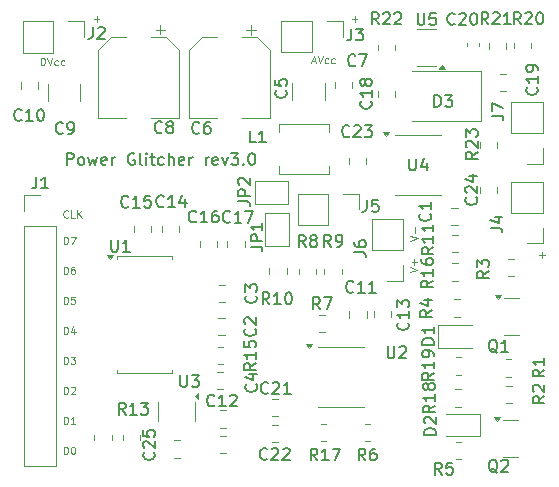
<source format=gbr>
%TF.GenerationSoftware,KiCad,Pcbnew,8.0.5*%
%TF.CreationDate,2024-12-08T21:31:53-05:00*%
%TF.ProjectId,power_glitcher,706f7765-725f-4676-9c69-74636865722e,3.0*%
%TF.SameCoordinates,Original*%
%TF.FileFunction,Legend,Top*%
%TF.FilePolarity,Positive*%
%FSLAX46Y46*%
G04 Gerber Fmt 4.6, Leading zero omitted, Abs format (unit mm)*
G04 Created by KiCad (PCBNEW 8.0.5) date 2024-12-08 21:31:53*
%MOMM*%
%LPD*%
G01*
G04 APERTURE LIST*
%ADD10C,0.101600*%
%ADD11C,0.200000*%
%ADD12C,0.150000*%
%ADD13C,0.120000*%
G04 APERTURE END LIST*
D10*
X85416889Y-71796527D02*
X85386651Y-71826766D01*
X85386651Y-71826766D02*
X85295937Y-71857004D01*
X85295937Y-71857004D02*
X85235461Y-71857004D01*
X85235461Y-71857004D02*
X85144746Y-71826766D01*
X85144746Y-71826766D02*
X85084270Y-71766289D01*
X85084270Y-71766289D02*
X85054032Y-71705813D01*
X85054032Y-71705813D02*
X85023794Y-71584861D01*
X85023794Y-71584861D02*
X85023794Y-71494146D01*
X85023794Y-71494146D02*
X85054032Y-71373194D01*
X85054032Y-71373194D02*
X85084270Y-71312718D01*
X85084270Y-71312718D02*
X85144746Y-71252242D01*
X85144746Y-71252242D02*
X85235461Y-71222004D01*
X85235461Y-71222004D02*
X85295937Y-71222004D01*
X85295937Y-71222004D02*
X85386651Y-71252242D01*
X85386651Y-71252242D02*
X85416889Y-71282480D01*
X85991413Y-71857004D02*
X85689032Y-71857004D01*
X85689032Y-71857004D02*
X85689032Y-71222004D01*
X86203080Y-71857004D02*
X86203080Y-71222004D01*
X86565937Y-71857004D02*
X86293794Y-71494146D01*
X86565937Y-71222004D02*
X86203080Y-71584861D01*
X85054032Y-79165004D02*
X85054032Y-78530004D01*
X85054032Y-78530004D02*
X85205222Y-78530004D01*
X85205222Y-78530004D02*
X85295937Y-78560242D01*
X85295937Y-78560242D02*
X85356413Y-78620718D01*
X85356413Y-78620718D02*
X85386651Y-78681194D01*
X85386651Y-78681194D02*
X85416889Y-78802146D01*
X85416889Y-78802146D02*
X85416889Y-78892861D01*
X85416889Y-78892861D02*
X85386651Y-79013813D01*
X85386651Y-79013813D02*
X85356413Y-79074289D01*
X85356413Y-79074289D02*
X85295937Y-79134766D01*
X85295937Y-79134766D02*
X85205222Y-79165004D01*
X85205222Y-79165004D02*
X85054032Y-79165004D01*
X85991413Y-78530004D02*
X85689032Y-78530004D01*
X85689032Y-78530004D02*
X85658794Y-78832385D01*
X85658794Y-78832385D02*
X85689032Y-78802146D01*
X85689032Y-78802146D02*
X85749508Y-78771908D01*
X85749508Y-78771908D02*
X85900699Y-78771908D01*
X85900699Y-78771908D02*
X85961175Y-78802146D01*
X85961175Y-78802146D02*
X85991413Y-78832385D01*
X85991413Y-78832385D02*
X86021651Y-78892861D01*
X86021651Y-78892861D02*
X86021651Y-79044051D01*
X86021651Y-79044051D02*
X85991413Y-79104527D01*
X85991413Y-79104527D02*
X85961175Y-79134766D01*
X85961175Y-79134766D02*
X85900699Y-79165004D01*
X85900699Y-79165004D02*
X85749508Y-79165004D01*
X85749508Y-79165004D02*
X85689032Y-79134766D01*
X85689032Y-79134766D02*
X85658794Y-79104527D01*
X85054032Y-89325004D02*
X85054032Y-88690004D01*
X85054032Y-88690004D02*
X85205222Y-88690004D01*
X85205222Y-88690004D02*
X85295937Y-88720242D01*
X85295937Y-88720242D02*
X85356413Y-88780718D01*
X85356413Y-88780718D02*
X85386651Y-88841194D01*
X85386651Y-88841194D02*
X85416889Y-88962146D01*
X85416889Y-88962146D02*
X85416889Y-89052861D01*
X85416889Y-89052861D02*
X85386651Y-89173813D01*
X85386651Y-89173813D02*
X85356413Y-89234289D01*
X85356413Y-89234289D02*
X85295937Y-89294766D01*
X85295937Y-89294766D02*
X85205222Y-89325004D01*
X85205222Y-89325004D02*
X85054032Y-89325004D01*
X86021651Y-89325004D02*
X85658794Y-89325004D01*
X85840222Y-89325004D02*
X85840222Y-88690004D01*
X85840222Y-88690004D02*
X85779746Y-88780718D01*
X85779746Y-88780718D02*
X85719270Y-88841194D01*
X85719270Y-88841194D02*
X85658794Y-88871432D01*
X106057794Y-58605575D02*
X106360175Y-58605575D01*
X105997318Y-58787004D02*
X106208984Y-58152004D01*
X106208984Y-58152004D02*
X106420651Y-58787004D01*
X106541604Y-58152004D02*
X106753270Y-58787004D01*
X106753270Y-58787004D02*
X106964937Y-58152004D01*
X107448747Y-58756766D02*
X107388271Y-58787004D01*
X107388271Y-58787004D02*
X107267318Y-58787004D01*
X107267318Y-58787004D02*
X107206842Y-58756766D01*
X107206842Y-58756766D02*
X107176604Y-58726527D01*
X107176604Y-58726527D02*
X107146366Y-58666051D01*
X107146366Y-58666051D02*
X107146366Y-58484623D01*
X107146366Y-58484623D02*
X107176604Y-58424146D01*
X107176604Y-58424146D02*
X107206842Y-58393908D01*
X107206842Y-58393908D02*
X107267318Y-58363670D01*
X107267318Y-58363670D02*
X107388271Y-58363670D01*
X107388271Y-58363670D02*
X107448747Y-58393908D01*
X107993033Y-58756766D02*
X107932557Y-58787004D01*
X107932557Y-58787004D02*
X107811604Y-58787004D01*
X107811604Y-58787004D02*
X107751128Y-58756766D01*
X107751128Y-58756766D02*
X107720890Y-58726527D01*
X107720890Y-58726527D02*
X107690652Y-58666051D01*
X107690652Y-58666051D02*
X107690652Y-58484623D01*
X107690652Y-58484623D02*
X107720890Y-58424146D01*
X107720890Y-58424146D02*
X107751128Y-58393908D01*
X107751128Y-58393908D02*
X107811604Y-58363670D01*
X107811604Y-58363670D02*
X107932557Y-58363670D01*
X107932557Y-58363670D02*
X107993033Y-58393908D01*
X85054032Y-74085004D02*
X85054032Y-73450004D01*
X85054032Y-73450004D02*
X85205222Y-73450004D01*
X85205222Y-73450004D02*
X85295937Y-73480242D01*
X85295937Y-73480242D02*
X85356413Y-73540718D01*
X85356413Y-73540718D02*
X85386651Y-73601194D01*
X85386651Y-73601194D02*
X85416889Y-73722146D01*
X85416889Y-73722146D02*
X85416889Y-73812861D01*
X85416889Y-73812861D02*
X85386651Y-73933813D01*
X85386651Y-73933813D02*
X85356413Y-73994289D01*
X85356413Y-73994289D02*
X85295937Y-74054766D01*
X85295937Y-74054766D02*
X85205222Y-74085004D01*
X85205222Y-74085004D02*
X85054032Y-74085004D01*
X85628556Y-73450004D02*
X86051889Y-73450004D01*
X86051889Y-73450004D02*
X85779746Y-74085004D01*
X114344004Y-76453681D02*
X114979004Y-76242015D01*
X114979004Y-76242015D02*
X114344004Y-76030348D01*
X114737099Y-75818681D02*
X114737099Y-75334872D01*
X114979004Y-75576776D02*
X114495194Y-75576776D01*
X85054032Y-91865004D02*
X85054032Y-91230004D01*
X85054032Y-91230004D02*
X85205222Y-91230004D01*
X85205222Y-91230004D02*
X85295937Y-91260242D01*
X85295937Y-91260242D02*
X85356413Y-91320718D01*
X85356413Y-91320718D02*
X85386651Y-91381194D01*
X85386651Y-91381194D02*
X85416889Y-91502146D01*
X85416889Y-91502146D02*
X85416889Y-91592861D01*
X85416889Y-91592861D02*
X85386651Y-91713813D01*
X85386651Y-91713813D02*
X85356413Y-91774289D01*
X85356413Y-91774289D02*
X85295937Y-91834766D01*
X85295937Y-91834766D02*
X85205222Y-91865004D01*
X85205222Y-91865004D02*
X85054032Y-91865004D01*
X85809984Y-91230004D02*
X85870461Y-91230004D01*
X85870461Y-91230004D02*
X85930937Y-91260242D01*
X85930937Y-91260242D02*
X85961175Y-91290480D01*
X85961175Y-91290480D02*
X85991413Y-91350956D01*
X85991413Y-91350956D02*
X86021651Y-91471908D01*
X86021651Y-91471908D02*
X86021651Y-91623099D01*
X86021651Y-91623099D02*
X85991413Y-91744051D01*
X85991413Y-91744051D02*
X85961175Y-91804527D01*
X85961175Y-91804527D02*
X85930937Y-91834766D01*
X85930937Y-91834766D02*
X85870461Y-91865004D01*
X85870461Y-91865004D02*
X85809984Y-91865004D01*
X85809984Y-91865004D02*
X85749508Y-91834766D01*
X85749508Y-91834766D02*
X85719270Y-91804527D01*
X85719270Y-91804527D02*
X85689032Y-91744051D01*
X85689032Y-91744051D02*
X85658794Y-91623099D01*
X85658794Y-91623099D02*
X85658794Y-91471908D01*
X85658794Y-91471908D02*
X85689032Y-91350956D01*
X85689032Y-91350956D02*
X85719270Y-91290480D01*
X85719270Y-91290480D02*
X85749508Y-91260242D01*
X85749508Y-91260242D02*
X85809984Y-91230004D01*
X125313032Y-75011499D02*
X125796842Y-75011499D01*
X125554937Y-75253404D02*
X125554937Y-74769594D01*
X114369404Y-73786681D02*
X115004404Y-73575015D01*
X115004404Y-73575015D02*
X114369404Y-73363348D01*
X114762499Y-73151681D02*
X114762499Y-72667872D01*
X85054032Y-86785004D02*
X85054032Y-86150004D01*
X85054032Y-86150004D02*
X85205222Y-86150004D01*
X85205222Y-86150004D02*
X85295937Y-86180242D01*
X85295937Y-86180242D02*
X85356413Y-86240718D01*
X85356413Y-86240718D02*
X85386651Y-86301194D01*
X85386651Y-86301194D02*
X85416889Y-86422146D01*
X85416889Y-86422146D02*
X85416889Y-86512861D01*
X85416889Y-86512861D02*
X85386651Y-86633813D01*
X85386651Y-86633813D02*
X85356413Y-86694289D01*
X85356413Y-86694289D02*
X85295937Y-86754766D01*
X85295937Y-86754766D02*
X85205222Y-86785004D01*
X85205222Y-86785004D02*
X85054032Y-86785004D01*
X85658794Y-86210480D02*
X85689032Y-86180242D01*
X85689032Y-86180242D02*
X85749508Y-86150004D01*
X85749508Y-86150004D02*
X85900699Y-86150004D01*
X85900699Y-86150004D02*
X85961175Y-86180242D01*
X85961175Y-86180242D02*
X85991413Y-86210480D01*
X85991413Y-86210480D02*
X86021651Y-86270956D01*
X86021651Y-86270956D02*
X86021651Y-86331432D01*
X86021651Y-86331432D02*
X85991413Y-86422146D01*
X85991413Y-86422146D02*
X85628556Y-86785004D01*
X85628556Y-86785004D02*
X86021651Y-86785004D01*
X85054032Y-81705004D02*
X85054032Y-81070004D01*
X85054032Y-81070004D02*
X85205222Y-81070004D01*
X85205222Y-81070004D02*
X85295937Y-81100242D01*
X85295937Y-81100242D02*
X85356413Y-81160718D01*
X85356413Y-81160718D02*
X85386651Y-81221194D01*
X85386651Y-81221194D02*
X85416889Y-81342146D01*
X85416889Y-81342146D02*
X85416889Y-81432861D01*
X85416889Y-81432861D02*
X85386651Y-81553813D01*
X85386651Y-81553813D02*
X85356413Y-81614289D01*
X85356413Y-81614289D02*
X85295937Y-81674766D01*
X85295937Y-81674766D02*
X85205222Y-81705004D01*
X85205222Y-81705004D02*
X85054032Y-81705004D01*
X85961175Y-81281670D02*
X85961175Y-81705004D01*
X85809984Y-81039766D02*
X85658794Y-81493337D01*
X85658794Y-81493337D02*
X86051889Y-81493337D01*
X85054032Y-76625004D02*
X85054032Y-75990004D01*
X85054032Y-75990004D02*
X85205222Y-75990004D01*
X85205222Y-75990004D02*
X85295937Y-76020242D01*
X85295937Y-76020242D02*
X85356413Y-76080718D01*
X85356413Y-76080718D02*
X85386651Y-76141194D01*
X85386651Y-76141194D02*
X85416889Y-76262146D01*
X85416889Y-76262146D02*
X85416889Y-76352861D01*
X85416889Y-76352861D02*
X85386651Y-76473813D01*
X85386651Y-76473813D02*
X85356413Y-76534289D01*
X85356413Y-76534289D02*
X85295937Y-76594766D01*
X85295937Y-76594766D02*
X85205222Y-76625004D01*
X85205222Y-76625004D02*
X85054032Y-76625004D01*
X85961175Y-75990004D02*
X85840222Y-75990004D01*
X85840222Y-75990004D02*
X85779746Y-76020242D01*
X85779746Y-76020242D02*
X85749508Y-76050480D01*
X85749508Y-76050480D02*
X85689032Y-76141194D01*
X85689032Y-76141194D02*
X85658794Y-76262146D01*
X85658794Y-76262146D02*
X85658794Y-76504051D01*
X85658794Y-76504051D02*
X85689032Y-76564527D01*
X85689032Y-76564527D02*
X85719270Y-76594766D01*
X85719270Y-76594766D02*
X85779746Y-76625004D01*
X85779746Y-76625004D02*
X85900699Y-76625004D01*
X85900699Y-76625004D02*
X85961175Y-76594766D01*
X85961175Y-76594766D02*
X85991413Y-76564527D01*
X85991413Y-76564527D02*
X86021651Y-76504051D01*
X86021651Y-76504051D02*
X86021651Y-76352861D01*
X86021651Y-76352861D02*
X85991413Y-76292385D01*
X85991413Y-76292385D02*
X85961175Y-76262146D01*
X85961175Y-76262146D02*
X85900699Y-76231908D01*
X85900699Y-76231908D02*
X85779746Y-76231908D01*
X85779746Y-76231908D02*
X85719270Y-76262146D01*
X85719270Y-76262146D02*
X85689032Y-76292385D01*
X85689032Y-76292385D02*
X85658794Y-76352861D01*
X83118032Y-58937004D02*
X83118032Y-58302004D01*
X83118032Y-58302004D02*
X83269222Y-58302004D01*
X83269222Y-58302004D02*
X83359937Y-58332242D01*
X83359937Y-58332242D02*
X83420413Y-58392718D01*
X83420413Y-58392718D02*
X83450651Y-58453194D01*
X83450651Y-58453194D02*
X83480889Y-58574146D01*
X83480889Y-58574146D02*
X83480889Y-58664861D01*
X83480889Y-58664861D02*
X83450651Y-58785813D01*
X83450651Y-58785813D02*
X83420413Y-58846289D01*
X83420413Y-58846289D02*
X83359937Y-58906766D01*
X83359937Y-58906766D02*
X83269222Y-58937004D01*
X83269222Y-58937004D02*
X83118032Y-58937004D01*
X83662318Y-58302004D02*
X83873984Y-58937004D01*
X83873984Y-58937004D02*
X84085651Y-58302004D01*
X84569461Y-58906766D02*
X84508985Y-58937004D01*
X84508985Y-58937004D02*
X84388032Y-58937004D01*
X84388032Y-58937004D02*
X84327556Y-58906766D01*
X84327556Y-58906766D02*
X84297318Y-58876527D01*
X84297318Y-58876527D02*
X84267080Y-58816051D01*
X84267080Y-58816051D02*
X84267080Y-58634623D01*
X84267080Y-58634623D02*
X84297318Y-58574146D01*
X84297318Y-58574146D02*
X84327556Y-58543908D01*
X84327556Y-58543908D02*
X84388032Y-58513670D01*
X84388032Y-58513670D02*
X84508985Y-58513670D01*
X84508985Y-58513670D02*
X84569461Y-58543908D01*
X85113747Y-58906766D02*
X85053271Y-58937004D01*
X85053271Y-58937004D02*
X84932318Y-58937004D01*
X84932318Y-58937004D02*
X84871842Y-58906766D01*
X84871842Y-58906766D02*
X84841604Y-58876527D01*
X84841604Y-58876527D02*
X84811366Y-58816051D01*
X84811366Y-58816051D02*
X84811366Y-58634623D01*
X84811366Y-58634623D02*
X84841604Y-58574146D01*
X84841604Y-58574146D02*
X84871842Y-58543908D01*
X84871842Y-58543908D02*
X84932318Y-58513670D01*
X84932318Y-58513670D02*
X85053271Y-58513670D01*
X85053271Y-58513670D02*
X85113747Y-58543908D01*
X109438032Y-55047099D02*
X109921842Y-55047099D01*
X109679937Y-55289004D02*
X109679937Y-54805194D01*
X87594032Y-55047099D02*
X88077842Y-55047099D01*
X87835937Y-55289004D02*
X87835937Y-54805194D01*
X85054032Y-84245004D02*
X85054032Y-83610004D01*
X85054032Y-83610004D02*
X85205222Y-83610004D01*
X85205222Y-83610004D02*
X85295937Y-83640242D01*
X85295937Y-83640242D02*
X85356413Y-83700718D01*
X85356413Y-83700718D02*
X85386651Y-83761194D01*
X85386651Y-83761194D02*
X85416889Y-83882146D01*
X85416889Y-83882146D02*
X85416889Y-83972861D01*
X85416889Y-83972861D02*
X85386651Y-84093813D01*
X85386651Y-84093813D02*
X85356413Y-84154289D01*
X85356413Y-84154289D02*
X85295937Y-84214766D01*
X85295937Y-84214766D02*
X85205222Y-84245004D01*
X85205222Y-84245004D02*
X85054032Y-84245004D01*
X85628556Y-83610004D02*
X86021651Y-83610004D01*
X86021651Y-83610004D02*
X85809984Y-83851908D01*
X85809984Y-83851908D02*
X85900699Y-83851908D01*
X85900699Y-83851908D02*
X85961175Y-83882146D01*
X85961175Y-83882146D02*
X85991413Y-83912385D01*
X85991413Y-83912385D02*
X86021651Y-83972861D01*
X86021651Y-83972861D02*
X86021651Y-84124051D01*
X86021651Y-84124051D02*
X85991413Y-84184527D01*
X85991413Y-84184527D02*
X85961175Y-84214766D01*
X85961175Y-84214766D02*
X85900699Y-84245004D01*
X85900699Y-84245004D02*
X85719270Y-84245004D01*
X85719270Y-84245004D02*
X85658794Y-84214766D01*
X85658794Y-84214766D02*
X85628556Y-84184527D01*
D11*
X85307273Y-67380419D02*
X85307273Y-66380419D01*
X85307273Y-66380419D02*
X85688225Y-66380419D01*
X85688225Y-66380419D02*
X85783463Y-66428038D01*
X85783463Y-66428038D02*
X85831082Y-66475657D01*
X85831082Y-66475657D02*
X85878701Y-66570895D01*
X85878701Y-66570895D02*
X85878701Y-66713752D01*
X85878701Y-66713752D02*
X85831082Y-66808990D01*
X85831082Y-66808990D02*
X85783463Y-66856609D01*
X85783463Y-66856609D02*
X85688225Y-66904228D01*
X85688225Y-66904228D02*
X85307273Y-66904228D01*
X86450130Y-67380419D02*
X86354892Y-67332800D01*
X86354892Y-67332800D02*
X86307273Y-67285180D01*
X86307273Y-67285180D02*
X86259654Y-67189942D01*
X86259654Y-67189942D02*
X86259654Y-66904228D01*
X86259654Y-66904228D02*
X86307273Y-66808990D01*
X86307273Y-66808990D02*
X86354892Y-66761371D01*
X86354892Y-66761371D02*
X86450130Y-66713752D01*
X86450130Y-66713752D02*
X86592987Y-66713752D01*
X86592987Y-66713752D02*
X86688225Y-66761371D01*
X86688225Y-66761371D02*
X86735844Y-66808990D01*
X86735844Y-66808990D02*
X86783463Y-66904228D01*
X86783463Y-66904228D02*
X86783463Y-67189942D01*
X86783463Y-67189942D02*
X86735844Y-67285180D01*
X86735844Y-67285180D02*
X86688225Y-67332800D01*
X86688225Y-67332800D02*
X86592987Y-67380419D01*
X86592987Y-67380419D02*
X86450130Y-67380419D01*
X87116797Y-66713752D02*
X87307273Y-67380419D01*
X87307273Y-67380419D02*
X87497749Y-66904228D01*
X87497749Y-66904228D02*
X87688225Y-67380419D01*
X87688225Y-67380419D02*
X87878701Y-66713752D01*
X88640606Y-67332800D02*
X88545368Y-67380419D01*
X88545368Y-67380419D02*
X88354892Y-67380419D01*
X88354892Y-67380419D02*
X88259654Y-67332800D01*
X88259654Y-67332800D02*
X88212035Y-67237561D01*
X88212035Y-67237561D02*
X88212035Y-66856609D01*
X88212035Y-66856609D02*
X88259654Y-66761371D01*
X88259654Y-66761371D02*
X88354892Y-66713752D01*
X88354892Y-66713752D02*
X88545368Y-66713752D01*
X88545368Y-66713752D02*
X88640606Y-66761371D01*
X88640606Y-66761371D02*
X88688225Y-66856609D01*
X88688225Y-66856609D02*
X88688225Y-66951847D01*
X88688225Y-66951847D02*
X88212035Y-67047085D01*
X89116797Y-67380419D02*
X89116797Y-66713752D01*
X89116797Y-66904228D02*
X89164416Y-66808990D01*
X89164416Y-66808990D02*
X89212035Y-66761371D01*
X89212035Y-66761371D02*
X89307273Y-66713752D01*
X89307273Y-66713752D02*
X89402511Y-66713752D01*
X91021559Y-66428038D02*
X90926321Y-66380419D01*
X90926321Y-66380419D02*
X90783464Y-66380419D01*
X90783464Y-66380419D02*
X90640607Y-66428038D01*
X90640607Y-66428038D02*
X90545369Y-66523276D01*
X90545369Y-66523276D02*
X90497750Y-66618514D01*
X90497750Y-66618514D02*
X90450131Y-66808990D01*
X90450131Y-66808990D02*
X90450131Y-66951847D01*
X90450131Y-66951847D02*
X90497750Y-67142323D01*
X90497750Y-67142323D02*
X90545369Y-67237561D01*
X90545369Y-67237561D02*
X90640607Y-67332800D01*
X90640607Y-67332800D02*
X90783464Y-67380419D01*
X90783464Y-67380419D02*
X90878702Y-67380419D01*
X90878702Y-67380419D02*
X91021559Y-67332800D01*
X91021559Y-67332800D02*
X91069178Y-67285180D01*
X91069178Y-67285180D02*
X91069178Y-66951847D01*
X91069178Y-66951847D02*
X90878702Y-66951847D01*
X91640607Y-67380419D02*
X91545369Y-67332800D01*
X91545369Y-67332800D02*
X91497750Y-67237561D01*
X91497750Y-67237561D02*
X91497750Y-66380419D01*
X92021560Y-67380419D02*
X92021560Y-66713752D01*
X92021560Y-66380419D02*
X91973941Y-66428038D01*
X91973941Y-66428038D02*
X92021560Y-66475657D01*
X92021560Y-66475657D02*
X92069179Y-66428038D01*
X92069179Y-66428038D02*
X92021560Y-66380419D01*
X92021560Y-66380419D02*
X92021560Y-66475657D01*
X92354893Y-66713752D02*
X92735845Y-66713752D01*
X92497750Y-66380419D02*
X92497750Y-67237561D01*
X92497750Y-67237561D02*
X92545369Y-67332800D01*
X92545369Y-67332800D02*
X92640607Y-67380419D01*
X92640607Y-67380419D02*
X92735845Y-67380419D01*
X93497750Y-67332800D02*
X93402512Y-67380419D01*
X93402512Y-67380419D02*
X93212036Y-67380419D01*
X93212036Y-67380419D02*
X93116798Y-67332800D01*
X93116798Y-67332800D02*
X93069179Y-67285180D01*
X93069179Y-67285180D02*
X93021560Y-67189942D01*
X93021560Y-67189942D02*
X93021560Y-66904228D01*
X93021560Y-66904228D02*
X93069179Y-66808990D01*
X93069179Y-66808990D02*
X93116798Y-66761371D01*
X93116798Y-66761371D02*
X93212036Y-66713752D01*
X93212036Y-66713752D02*
X93402512Y-66713752D01*
X93402512Y-66713752D02*
X93497750Y-66761371D01*
X93926322Y-67380419D02*
X93926322Y-66380419D01*
X94354893Y-67380419D02*
X94354893Y-66856609D01*
X94354893Y-66856609D02*
X94307274Y-66761371D01*
X94307274Y-66761371D02*
X94212036Y-66713752D01*
X94212036Y-66713752D02*
X94069179Y-66713752D01*
X94069179Y-66713752D02*
X93973941Y-66761371D01*
X93973941Y-66761371D02*
X93926322Y-66808990D01*
X95212036Y-67332800D02*
X95116798Y-67380419D01*
X95116798Y-67380419D02*
X94926322Y-67380419D01*
X94926322Y-67380419D02*
X94831084Y-67332800D01*
X94831084Y-67332800D02*
X94783465Y-67237561D01*
X94783465Y-67237561D02*
X94783465Y-66856609D01*
X94783465Y-66856609D02*
X94831084Y-66761371D01*
X94831084Y-66761371D02*
X94926322Y-66713752D01*
X94926322Y-66713752D02*
X95116798Y-66713752D01*
X95116798Y-66713752D02*
X95212036Y-66761371D01*
X95212036Y-66761371D02*
X95259655Y-66856609D01*
X95259655Y-66856609D02*
X95259655Y-66951847D01*
X95259655Y-66951847D02*
X94783465Y-67047085D01*
X95688227Y-67380419D02*
X95688227Y-66713752D01*
X95688227Y-66904228D02*
X95735846Y-66808990D01*
X95735846Y-66808990D02*
X95783465Y-66761371D01*
X95783465Y-66761371D02*
X95878703Y-66713752D01*
X95878703Y-66713752D02*
X95973941Y-66713752D01*
X97069180Y-67380419D02*
X97069180Y-66713752D01*
X97069180Y-66904228D02*
X97116799Y-66808990D01*
X97116799Y-66808990D02*
X97164418Y-66761371D01*
X97164418Y-66761371D02*
X97259656Y-66713752D01*
X97259656Y-66713752D02*
X97354894Y-66713752D01*
X98069180Y-67332800D02*
X97973942Y-67380419D01*
X97973942Y-67380419D02*
X97783466Y-67380419D01*
X97783466Y-67380419D02*
X97688228Y-67332800D01*
X97688228Y-67332800D02*
X97640609Y-67237561D01*
X97640609Y-67237561D02*
X97640609Y-66856609D01*
X97640609Y-66856609D02*
X97688228Y-66761371D01*
X97688228Y-66761371D02*
X97783466Y-66713752D01*
X97783466Y-66713752D02*
X97973942Y-66713752D01*
X97973942Y-66713752D02*
X98069180Y-66761371D01*
X98069180Y-66761371D02*
X98116799Y-66856609D01*
X98116799Y-66856609D02*
X98116799Y-66951847D01*
X98116799Y-66951847D02*
X97640609Y-67047085D01*
X98450133Y-66713752D02*
X98688228Y-67380419D01*
X98688228Y-67380419D02*
X98926323Y-66713752D01*
X99212038Y-66380419D02*
X99831085Y-66380419D01*
X99831085Y-66380419D02*
X99497752Y-66761371D01*
X99497752Y-66761371D02*
X99640609Y-66761371D01*
X99640609Y-66761371D02*
X99735847Y-66808990D01*
X99735847Y-66808990D02*
X99783466Y-66856609D01*
X99783466Y-66856609D02*
X99831085Y-66951847D01*
X99831085Y-66951847D02*
X99831085Y-67189942D01*
X99831085Y-67189942D02*
X99783466Y-67285180D01*
X99783466Y-67285180D02*
X99735847Y-67332800D01*
X99735847Y-67332800D02*
X99640609Y-67380419D01*
X99640609Y-67380419D02*
X99354895Y-67380419D01*
X99354895Y-67380419D02*
X99259657Y-67332800D01*
X99259657Y-67332800D02*
X99212038Y-67285180D01*
X100259657Y-67285180D02*
X100307276Y-67332800D01*
X100307276Y-67332800D02*
X100259657Y-67380419D01*
X100259657Y-67380419D02*
X100212038Y-67332800D01*
X100212038Y-67332800D02*
X100259657Y-67285180D01*
X100259657Y-67285180D02*
X100259657Y-67380419D01*
X100926323Y-66380419D02*
X101021561Y-66380419D01*
X101021561Y-66380419D02*
X101116799Y-66428038D01*
X101116799Y-66428038D02*
X101164418Y-66475657D01*
X101164418Y-66475657D02*
X101212037Y-66570895D01*
X101212037Y-66570895D02*
X101259656Y-66761371D01*
X101259656Y-66761371D02*
X101259656Y-66999466D01*
X101259656Y-66999466D02*
X101212037Y-67189942D01*
X101212037Y-67189942D02*
X101164418Y-67285180D01*
X101164418Y-67285180D02*
X101116799Y-67332800D01*
X101116799Y-67332800D02*
X101021561Y-67380419D01*
X101021561Y-67380419D02*
X100926323Y-67380419D01*
X100926323Y-67380419D02*
X100831085Y-67332800D01*
X100831085Y-67332800D02*
X100783466Y-67285180D01*
X100783466Y-67285180D02*
X100735847Y-67189942D01*
X100735847Y-67189942D02*
X100688228Y-66999466D01*
X100688228Y-66999466D02*
X100688228Y-66761371D01*
X100688228Y-66761371D02*
X100735847Y-66570895D01*
X100735847Y-66570895D02*
X100783466Y-66475657D01*
X100783466Y-66475657D02*
X100831085Y-66428038D01*
X100831085Y-66428038D02*
X100926323Y-66380419D01*
D12*
X121273219Y-63223733D02*
X121987504Y-63223733D01*
X121987504Y-63223733D02*
X122130361Y-63271352D01*
X122130361Y-63271352D02*
X122225600Y-63366590D01*
X122225600Y-63366590D02*
X122273219Y-63509447D01*
X122273219Y-63509447D02*
X122273219Y-63604685D01*
X121273219Y-62842780D02*
X121273219Y-62176114D01*
X121273219Y-62176114D02*
X122273219Y-62604685D01*
X121000142Y-55467819D02*
X120666809Y-54991628D01*
X120428714Y-55467819D02*
X120428714Y-54467819D01*
X120428714Y-54467819D02*
X120809666Y-54467819D01*
X120809666Y-54467819D02*
X120904904Y-54515438D01*
X120904904Y-54515438D02*
X120952523Y-54563057D01*
X120952523Y-54563057D02*
X121000142Y-54658295D01*
X121000142Y-54658295D02*
X121000142Y-54801152D01*
X121000142Y-54801152D02*
X120952523Y-54896390D01*
X120952523Y-54896390D02*
X120904904Y-54944009D01*
X120904904Y-54944009D02*
X120809666Y-54991628D01*
X120809666Y-54991628D02*
X120428714Y-54991628D01*
X121381095Y-54563057D02*
X121428714Y-54515438D01*
X121428714Y-54515438D02*
X121523952Y-54467819D01*
X121523952Y-54467819D02*
X121762047Y-54467819D01*
X121762047Y-54467819D02*
X121857285Y-54515438D01*
X121857285Y-54515438D02*
X121904904Y-54563057D01*
X121904904Y-54563057D02*
X121952523Y-54658295D01*
X121952523Y-54658295D02*
X121952523Y-54753533D01*
X121952523Y-54753533D02*
X121904904Y-54896390D01*
X121904904Y-54896390D02*
X121333476Y-55467819D01*
X121333476Y-55467819D02*
X121952523Y-55467819D01*
X122904904Y-55467819D02*
X122333476Y-55467819D01*
X122619190Y-55467819D02*
X122619190Y-54467819D01*
X122619190Y-54467819D02*
X122523952Y-54610676D01*
X122523952Y-54610676D02*
X122428714Y-54705914D01*
X122428714Y-54705914D02*
X122333476Y-54753533D01*
X99128342Y-72180580D02*
X99080723Y-72228200D01*
X99080723Y-72228200D02*
X98937866Y-72275819D01*
X98937866Y-72275819D02*
X98842628Y-72275819D01*
X98842628Y-72275819D02*
X98699771Y-72228200D01*
X98699771Y-72228200D02*
X98604533Y-72132961D01*
X98604533Y-72132961D02*
X98556914Y-72037723D01*
X98556914Y-72037723D02*
X98509295Y-71847247D01*
X98509295Y-71847247D02*
X98509295Y-71704390D01*
X98509295Y-71704390D02*
X98556914Y-71513914D01*
X98556914Y-71513914D02*
X98604533Y-71418676D01*
X98604533Y-71418676D02*
X98699771Y-71323438D01*
X98699771Y-71323438D02*
X98842628Y-71275819D01*
X98842628Y-71275819D02*
X98937866Y-71275819D01*
X98937866Y-71275819D02*
X99080723Y-71323438D01*
X99080723Y-71323438D02*
X99128342Y-71371057D01*
X100080723Y-72275819D02*
X99509295Y-72275819D01*
X99795009Y-72275819D02*
X99795009Y-71275819D01*
X99795009Y-71275819D02*
X99699771Y-71418676D01*
X99699771Y-71418676D02*
X99604533Y-71513914D01*
X99604533Y-71513914D02*
X99509295Y-71561533D01*
X100414057Y-71275819D02*
X101080723Y-71275819D01*
X101080723Y-71275819D02*
X100652152Y-72275819D01*
X114290495Y-66855219D02*
X114290495Y-67664742D01*
X114290495Y-67664742D02*
X114338114Y-67759980D01*
X114338114Y-67759980D02*
X114385733Y-67807600D01*
X114385733Y-67807600D02*
X114480971Y-67855219D01*
X114480971Y-67855219D02*
X114671447Y-67855219D01*
X114671447Y-67855219D02*
X114766685Y-67807600D01*
X114766685Y-67807600D02*
X114814304Y-67759980D01*
X114814304Y-67759980D02*
X114861923Y-67664742D01*
X114861923Y-67664742D02*
X114861923Y-66855219D01*
X115766685Y-67188552D02*
X115766685Y-67855219D01*
X115528590Y-66807600D02*
X115290495Y-67521885D01*
X115290495Y-67521885D02*
X115909542Y-67521885D01*
X112471295Y-82741419D02*
X112471295Y-83550942D01*
X112471295Y-83550942D02*
X112518914Y-83646180D01*
X112518914Y-83646180D02*
X112566533Y-83693800D01*
X112566533Y-83693800D02*
X112661771Y-83741419D01*
X112661771Y-83741419D02*
X112852247Y-83741419D01*
X112852247Y-83741419D02*
X112947485Y-83693800D01*
X112947485Y-83693800D02*
X112995104Y-83646180D01*
X112995104Y-83646180D02*
X113042723Y-83550942D01*
X113042723Y-83550942D02*
X113042723Y-82741419D01*
X113471295Y-82836657D02*
X113518914Y-82789038D01*
X113518914Y-82789038D02*
X113614152Y-82741419D01*
X113614152Y-82741419D02*
X113852247Y-82741419D01*
X113852247Y-82741419D02*
X113947485Y-82789038D01*
X113947485Y-82789038D02*
X113995104Y-82836657D01*
X113995104Y-82836657D02*
X114042723Y-82931895D01*
X114042723Y-82931895D02*
X114042723Y-83027133D01*
X114042723Y-83027133D02*
X113995104Y-83169990D01*
X113995104Y-83169990D02*
X113423676Y-83741419D01*
X113423676Y-83741419D02*
X114042723Y-83741419D01*
X125753019Y-86958466D02*
X125276828Y-87291799D01*
X125753019Y-87529894D02*
X124753019Y-87529894D01*
X124753019Y-87529894D02*
X124753019Y-87148942D01*
X124753019Y-87148942D02*
X124800638Y-87053704D01*
X124800638Y-87053704D02*
X124848257Y-87006085D01*
X124848257Y-87006085D02*
X124943495Y-86958466D01*
X124943495Y-86958466D02*
X125086352Y-86958466D01*
X125086352Y-86958466D02*
X125181590Y-87006085D01*
X125181590Y-87006085D02*
X125229209Y-87053704D01*
X125229209Y-87053704D02*
X125276828Y-87148942D01*
X125276828Y-87148942D02*
X125276828Y-87529894D01*
X124848257Y-86577513D02*
X124800638Y-86529894D01*
X124800638Y-86529894D02*
X124753019Y-86434656D01*
X124753019Y-86434656D02*
X124753019Y-86196561D01*
X124753019Y-86196561D02*
X124800638Y-86101323D01*
X124800638Y-86101323D02*
X124848257Y-86053704D01*
X124848257Y-86053704D02*
X124943495Y-86006085D01*
X124943495Y-86006085D02*
X125038733Y-86006085D01*
X125038733Y-86006085D02*
X125181590Y-86053704D01*
X125181590Y-86053704D02*
X125753019Y-86625132D01*
X125753019Y-86625132D02*
X125753019Y-86006085D01*
X116304219Y-77173057D02*
X115828028Y-77506390D01*
X116304219Y-77744485D02*
X115304219Y-77744485D01*
X115304219Y-77744485D02*
X115304219Y-77363533D01*
X115304219Y-77363533D02*
X115351838Y-77268295D01*
X115351838Y-77268295D02*
X115399457Y-77220676D01*
X115399457Y-77220676D02*
X115494695Y-77173057D01*
X115494695Y-77173057D02*
X115637552Y-77173057D01*
X115637552Y-77173057D02*
X115732790Y-77220676D01*
X115732790Y-77220676D02*
X115780409Y-77268295D01*
X115780409Y-77268295D02*
X115828028Y-77363533D01*
X115828028Y-77363533D02*
X115828028Y-77744485D01*
X116304219Y-76220676D02*
X116304219Y-76792104D01*
X116304219Y-76506390D02*
X115304219Y-76506390D01*
X115304219Y-76506390D02*
X115447076Y-76601628D01*
X115447076Y-76601628D02*
X115542314Y-76696866D01*
X115542314Y-76696866D02*
X115589933Y-76792104D01*
X115304219Y-75363533D02*
X115304219Y-75554009D01*
X115304219Y-75554009D02*
X115351838Y-75649247D01*
X115351838Y-75649247D02*
X115399457Y-75696866D01*
X115399457Y-75696866D02*
X115542314Y-75792104D01*
X115542314Y-75792104D02*
X115732790Y-75839723D01*
X115732790Y-75839723D02*
X116113742Y-75839723D01*
X116113742Y-75839723D02*
X116208980Y-75792104D01*
X116208980Y-75792104D02*
X116256600Y-75744485D01*
X116256600Y-75744485D02*
X116304219Y-75649247D01*
X116304219Y-75649247D02*
X116304219Y-75458771D01*
X116304219Y-75458771D02*
X116256600Y-75363533D01*
X116256600Y-75363533D02*
X116208980Y-75315914D01*
X116208980Y-75315914D02*
X116113742Y-75268295D01*
X116113742Y-75268295D02*
X115875647Y-75268295D01*
X115875647Y-75268295D02*
X115780409Y-75315914D01*
X115780409Y-75315914D02*
X115732790Y-75363533D01*
X115732790Y-75363533D02*
X115685171Y-75458771D01*
X115685171Y-75458771D02*
X115685171Y-75649247D01*
X115685171Y-75649247D02*
X115732790Y-75744485D01*
X115732790Y-75744485D02*
X115780409Y-75792104D01*
X115780409Y-75792104D02*
X115875647Y-75839723D01*
X100877019Y-74315533D02*
X101591304Y-74315533D01*
X101591304Y-74315533D02*
X101734161Y-74363152D01*
X101734161Y-74363152D02*
X101829400Y-74458390D01*
X101829400Y-74458390D02*
X101877019Y-74601247D01*
X101877019Y-74601247D02*
X101877019Y-74696485D01*
X101877019Y-73839342D02*
X100877019Y-73839342D01*
X100877019Y-73839342D02*
X100877019Y-73458390D01*
X100877019Y-73458390D02*
X100924638Y-73363152D01*
X100924638Y-73363152D02*
X100972257Y-73315533D01*
X100972257Y-73315533D02*
X101067495Y-73267914D01*
X101067495Y-73267914D02*
X101210352Y-73267914D01*
X101210352Y-73267914D02*
X101305590Y-73315533D01*
X101305590Y-73315533D02*
X101353209Y-73363152D01*
X101353209Y-73363152D02*
X101400828Y-73458390D01*
X101400828Y-73458390D02*
X101400828Y-73839342D01*
X101877019Y-72315533D02*
X101877019Y-72886961D01*
X101877019Y-72601247D02*
X100877019Y-72601247D01*
X100877019Y-72601247D02*
X101019876Y-72696485D01*
X101019876Y-72696485D02*
X101115114Y-72791723D01*
X101115114Y-72791723D02*
X101162733Y-72886961D01*
X96536133Y-64646980D02*
X96488514Y-64694600D01*
X96488514Y-64694600D02*
X96345657Y-64742219D01*
X96345657Y-64742219D02*
X96250419Y-64742219D01*
X96250419Y-64742219D02*
X96107562Y-64694600D01*
X96107562Y-64694600D02*
X96012324Y-64599361D01*
X96012324Y-64599361D02*
X95964705Y-64504123D01*
X95964705Y-64504123D02*
X95917086Y-64313647D01*
X95917086Y-64313647D02*
X95917086Y-64170790D01*
X95917086Y-64170790D02*
X95964705Y-63980314D01*
X95964705Y-63980314D02*
X96012324Y-63885076D01*
X96012324Y-63885076D02*
X96107562Y-63789838D01*
X96107562Y-63789838D02*
X96250419Y-63742219D01*
X96250419Y-63742219D02*
X96345657Y-63742219D01*
X96345657Y-63742219D02*
X96488514Y-63789838D01*
X96488514Y-63789838D02*
X96536133Y-63837457D01*
X97393276Y-63742219D02*
X97202800Y-63742219D01*
X97202800Y-63742219D02*
X97107562Y-63789838D01*
X97107562Y-63789838D02*
X97059943Y-63837457D01*
X97059943Y-63837457D02*
X96964705Y-63980314D01*
X96964705Y-63980314D02*
X96917086Y-64170790D01*
X96917086Y-64170790D02*
X96917086Y-64551742D01*
X96917086Y-64551742D02*
X96964705Y-64646980D01*
X96964705Y-64646980D02*
X97012324Y-64694600D01*
X97012324Y-64694600D02*
X97107562Y-64742219D01*
X97107562Y-64742219D02*
X97298038Y-64742219D01*
X97298038Y-64742219D02*
X97393276Y-64694600D01*
X97393276Y-64694600D02*
X97440895Y-64646980D01*
X97440895Y-64646980D02*
X97488514Y-64551742D01*
X97488514Y-64551742D02*
X97488514Y-64313647D01*
X97488514Y-64313647D02*
X97440895Y-64218409D01*
X97440895Y-64218409D02*
X97393276Y-64170790D01*
X97393276Y-64170790D02*
X97298038Y-64123171D01*
X97298038Y-64123171D02*
X97107562Y-64123171D01*
X97107562Y-64123171D02*
X97012324Y-64170790D01*
X97012324Y-64170790D02*
X96964705Y-64218409D01*
X96964705Y-64218409D02*
X96917086Y-64313647D01*
X121197019Y-72723333D02*
X121911304Y-72723333D01*
X121911304Y-72723333D02*
X122054161Y-72770952D01*
X122054161Y-72770952D02*
X122149400Y-72866190D01*
X122149400Y-72866190D02*
X122197019Y-73009047D01*
X122197019Y-73009047D02*
X122197019Y-73104285D01*
X121530352Y-71818571D02*
X122197019Y-71818571D01*
X121149400Y-72056666D02*
X121863685Y-72294761D01*
X121863685Y-72294761D02*
X121863685Y-71675714D01*
X123737142Y-55467819D02*
X123403809Y-54991628D01*
X123165714Y-55467819D02*
X123165714Y-54467819D01*
X123165714Y-54467819D02*
X123546666Y-54467819D01*
X123546666Y-54467819D02*
X123641904Y-54515438D01*
X123641904Y-54515438D02*
X123689523Y-54563057D01*
X123689523Y-54563057D02*
X123737142Y-54658295D01*
X123737142Y-54658295D02*
X123737142Y-54801152D01*
X123737142Y-54801152D02*
X123689523Y-54896390D01*
X123689523Y-54896390D02*
X123641904Y-54944009D01*
X123641904Y-54944009D02*
X123546666Y-54991628D01*
X123546666Y-54991628D02*
X123165714Y-54991628D01*
X124118095Y-54563057D02*
X124165714Y-54515438D01*
X124165714Y-54515438D02*
X124260952Y-54467819D01*
X124260952Y-54467819D02*
X124499047Y-54467819D01*
X124499047Y-54467819D02*
X124594285Y-54515438D01*
X124594285Y-54515438D02*
X124641904Y-54563057D01*
X124641904Y-54563057D02*
X124689523Y-54658295D01*
X124689523Y-54658295D02*
X124689523Y-54753533D01*
X124689523Y-54753533D02*
X124641904Y-54896390D01*
X124641904Y-54896390D02*
X124070476Y-55467819D01*
X124070476Y-55467819D02*
X124689523Y-55467819D01*
X125308571Y-54467819D02*
X125403809Y-54467819D01*
X125403809Y-54467819D02*
X125499047Y-54515438D01*
X125499047Y-54515438D02*
X125546666Y-54563057D01*
X125546666Y-54563057D02*
X125594285Y-54658295D01*
X125594285Y-54658295D02*
X125641904Y-54848771D01*
X125641904Y-54848771D02*
X125641904Y-55086866D01*
X125641904Y-55086866D02*
X125594285Y-55277342D01*
X125594285Y-55277342D02*
X125546666Y-55372580D01*
X125546666Y-55372580D02*
X125499047Y-55420200D01*
X125499047Y-55420200D02*
X125403809Y-55467819D01*
X125403809Y-55467819D02*
X125308571Y-55467819D01*
X125308571Y-55467819D02*
X125213333Y-55420200D01*
X125213333Y-55420200D02*
X125165714Y-55372580D01*
X125165714Y-55372580D02*
X125118095Y-55277342D01*
X125118095Y-55277342D02*
X125070476Y-55086866D01*
X125070476Y-55086866D02*
X125070476Y-54848771D01*
X125070476Y-54848771D02*
X125118095Y-54658295D01*
X125118095Y-54658295D02*
X125165714Y-54563057D01*
X125165714Y-54563057D02*
X125213333Y-54515438D01*
X125213333Y-54515438D02*
X125308571Y-54467819D01*
X110585833Y-92402819D02*
X110252500Y-91926628D01*
X110014405Y-92402819D02*
X110014405Y-91402819D01*
X110014405Y-91402819D02*
X110395357Y-91402819D01*
X110395357Y-91402819D02*
X110490595Y-91450438D01*
X110490595Y-91450438D02*
X110538214Y-91498057D01*
X110538214Y-91498057D02*
X110585833Y-91593295D01*
X110585833Y-91593295D02*
X110585833Y-91736152D01*
X110585833Y-91736152D02*
X110538214Y-91831390D01*
X110538214Y-91831390D02*
X110490595Y-91879009D01*
X110490595Y-91879009D02*
X110395357Y-91926628D01*
X110395357Y-91926628D02*
X110014405Y-91926628D01*
X111442976Y-91402819D02*
X111252500Y-91402819D01*
X111252500Y-91402819D02*
X111157262Y-91450438D01*
X111157262Y-91450438D02*
X111109643Y-91498057D01*
X111109643Y-91498057D02*
X111014405Y-91640914D01*
X111014405Y-91640914D02*
X110966786Y-91831390D01*
X110966786Y-91831390D02*
X110966786Y-92212342D01*
X110966786Y-92212342D02*
X111014405Y-92307580D01*
X111014405Y-92307580D02*
X111062024Y-92355200D01*
X111062024Y-92355200D02*
X111157262Y-92402819D01*
X111157262Y-92402819D02*
X111347738Y-92402819D01*
X111347738Y-92402819D02*
X111442976Y-92355200D01*
X111442976Y-92355200D02*
X111490595Y-92307580D01*
X111490595Y-92307580D02*
X111538214Y-92212342D01*
X111538214Y-92212342D02*
X111538214Y-91974247D01*
X111538214Y-91974247D02*
X111490595Y-91879009D01*
X111490595Y-91879009D02*
X111442976Y-91831390D01*
X111442976Y-91831390D02*
X111347738Y-91783771D01*
X111347738Y-91783771D02*
X111157262Y-91783771D01*
X111157262Y-91783771D02*
X111062024Y-91831390D01*
X111062024Y-91831390D02*
X111014405Y-91879009D01*
X111014405Y-91879009D02*
X110966786Y-91974247D01*
X99835619Y-70480133D02*
X100549904Y-70480133D01*
X100549904Y-70480133D02*
X100692761Y-70527752D01*
X100692761Y-70527752D02*
X100788000Y-70622990D01*
X100788000Y-70622990D02*
X100835619Y-70765847D01*
X100835619Y-70765847D02*
X100835619Y-70861085D01*
X100835619Y-70003942D02*
X99835619Y-70003942D01*
X99835619Y-70003942D02*
X99835619Y-69622990D01*
X99835619Y-69622990D02*
X99883238Y-69527752D01*
X99883238Y-69527752D02*
X99930857Y-69480133D01*
X99930857Y-69480133D02*
X100026095Y-69432514D01*
X100026095Y-69432514D02*
X100168952Y-69432514D01*
X100168952Y-69432514D02*
X100264190Y-69480133D01*
X100264190Y-69480133D02*
X100311809Y-69527752D01*
X100311809Y-69527752D02*
X100359428Y-69622990D01*
X100359428Y-69622990D02*
X100359428Y-70003942D01*
X99930857Y-69051561D02*
X99883238Y-69003942D01*
X99883238Y-69003942D02*
X99835619Y-68908704D01*
X99835619Y-68908704D02*
X99835619Y-68670609D01*
X99835619Y-68670609D02*
X99883238Y-68575371D01*
X99883238Y-68575371D02*
X99930857Y-68527752D01*
X99930857Y-68527752D02*
X100026095Y-68480133D01*
X100026095Y-68480133D02*
X100121333Y-68480133D01*
X100121333Y-68480133D02*
X100264190Y-68527752D01*
X100264190Y-68527752D02*
X100835619Y-69099180D01*
X100835619Y-69099180D02*
X100835619Y-68480133D01*
X101315119Y-84158057D02*
X100838928Y-84491390D01*
X101315119Y-84729485D02*
X100315119Y-84729485D01*
X100315119Y-84729485D02*
X100315119Y-84348533D01*
X100315119Y-84348533D02*
X100362738Y-84253295D01*
X100362738Y-84253295D02*
X100410357Y-84205676D01*
X100410357Y-84205676D02*
X100505595Y-84158057D01*
X100505595Y-84158057D02*
X100648452Y-84158057D01*
X100648452Y-84158057D02*
X100743690Y-84205676D01*
X100743690Y-84205676D02*
X100791309Y-84253295D01*
X100791309Y-84253295D02*
X100838928Y-84348533D01*
X100838928Y-84348533D02*
X100838928Y-84729485D01*
X101315119Y-83205676D02*
X101315119Y-83777104D01*
X101315119Y-83491390D02*
X100315119Y-83491390D01*
X100315119Y-83491390D02*
X100457976Y-83586628D01*
X100457976Y-83586628D02*
X100553214Y-83681866D01*
X100553214Y-83681866D02*
X100600833Y-83777104D01*
X100315119Y-82300914D02*
X100315119Y-82777104D01*
X100315119Y-82777104D02*
X100791309Y-82824723D01*
X100791309Y-82824723D02*
X100743690Y-82777104D01*
X100743690Y-82777104D02*
X100696071Y-82681866D01*
X100696071Y-82681866D02*
X100696071Y-82443771D01*
X100696071Y-82443771D02*
X100743690Y-82348533D01*
X100743690Y-82348533D02*
X100791309Y-82300914D01*
X100791309Y-82300914D02*
X100886547Y-82253295D01*
X100886547Y-82253295D02*
X101124642Y-82253295D01*
X101124642Y-82253295D02*
X101219880Y-82300914D01*
X101219880Y-82300914D02*
X101267500Y-82348533D01*
X101267500Y-82348533D02*
X101315119Y-82443771D01*
X101315119Y-82443771D02*
X101315119Y-82681866D01*
X101315119Y-82681866D02*
X101267500Y-82777104D01*
X101267500Y-82777104D02*
X101219880Y-82824723D01*
X102277942Y-92256780D02*
X102230323Y-92304400D01*
X102230323Y-92304400D02*
X102087466Y-92352019D01*
X102087466Y-92352019D02*
X101992228Y-92352019D01*
X101992228Y-92352019D02*
X101849371Y-92304400D01*
X101849371Y-92304400D02*
X101754133Y-92209161D01*
X101754133Y-92209161D02*
X101706514Y-92113923D01*
X101706514Y-92113923D02*
X101658895Y-91923447D01*
X101658895Y-91923447D02*
X101658895Y-91780590D01*
X101658895Y-91780590D02*
X101706514Y-91590114D01*
X101706514Y-91590114D02*
X101754133Y-91494876D01*
X101754133Y-91494876D02*
X101849371Y-91399638D01*
X101849371Y-91399638D02*
X101992228Y-91352019D01*
X101992228Y-91352019D02*
X102087466Y-91352019D01*
X102087466Y-91352019D02*
X102230323Y-91399638D01*
X102230323Y-91399638D02*
X102277942Y-91447257D01*
X102658895Y-91447257D02*
X102706514Y-91399638D01*
X102706514Y-91399638D02*
X102801752Y-91352019D01*
X102801752Y-91352019D02*
X103039847Y-91352019D01*
X103039847Y-91352019D02*
X103135085Y-91399638D01*
X103135085Y-91399638D02*
X103182704Y-91447257D01*
X103182704Y-91447257D02*
X103230323Y-91542495D01*
X103230323Y-91542495D02*
X103230323Y-91637733D01*
X103230323Y-91637733D02*
X103182704Y-91780590D01*
X103182704Y-91780590D02*
X102611276Y-92352019D01*
X102611276Y-92352019D02*
X103230323Y-92352019D01*
X103611276Y-91447257D02*
X103658895Y-91399638D01*
X103658895Y-91399638D02*
X103754133Y-91352019D01*
X103754133Y-91352019D02*
X103992228Y-91352019D01*
X103992228Y-91352019D02*
X104087466Y-91399638D01*
X104087466Y-91399638D02*
X104135085Y-91447257D01*
X104135085Y-91447257D02*
X104182704Y-91542495D01*
X104182704Y-91542495D02*
X104182704Y-91637733D01*
X104182704Y-91637733D02*
X104135085Y-91780590D01*
X104135085Y-91780590D02*
X103563657Y-92352019D01*
X103563657Y-92352019D02*
X104182704Y-92352019D01*
X94919895Y-85179819D02*
X94919895Y-85989342D01*
X94919895Y-85989342D02*
X94967514Y-86084580D01*
X94967514Y-86084580D02*
X95015133Y-86132200D01*
X95015133Y-86132200D02*
X95110371Y-86179819D01*
X95110371Y-86179819D02*
X95300847Y-86179819D01*
X95300847Y-86179819D02*
X95396085Y-86132200D01*
X95396085Y-86132200D02*
X95443704Y-86084580D01*
X95443704Y-86084580D02*
X95491323Y-85989342D01*
X95491323Y-85989342D02*
X95491323Y-85179819D01*
X95872276Y-85179819D02*
X96491323Y-85179819D01*
X96491323Y-85179819D02*
X96157990Y-85560771D01*
X96157990Y-85560771D02*
X96300847Y-85560771D01*
X96300847Y-85560771D02*
X96396085Y-85608390D01*
X96396085Y-85608390D02*
X96443704Y-85656009D01*
X96443704Y-85656009D02*
X96491323Y-85751247D01*
X96491323Y-85751247D02*
X96491323Y-85989342D01*
X96491323Y-85989342D02*
X96443704Y-86084580D01*
X96443704Y-86084580D02*
X96396085Y-86132200D01*
X96396085Y-86132200D02*
X96300847Y-86179819D01*
X96300847Y-86179819D02*
X96015133Y-86179819D01*
X96015133Y-86179819D02*
X95919895Y-86132200D01*
X95919895Y-86132200D02*
X95872276Y-86084580D01*
X102455742Y-79171319D02*
X102122409Y-78695128D01*
X101884314Y-79171319D02*
X101884314Y-78171319D01*
X101884314Y-78171319D02*
X102265266Y-78171319D01*
X102265266Y-78171319D02*
X102360504Y-78218938D01*
X102360504Y-78218938D02*
X102408123Y-78266557D01*
X102408123Y-78266557D02*
X102455742Y-78361795D01*
X102455742Y-78361795D02*
X102455742Y-78504652D01*
X102455742Y-78504652D02*
X102408123Y-78599890D01*
X102408123Y-78599890D02*
X102360504Y-78647509D01*
X102360504Y-78647509D02*
X102265266Y-78695128D01*
X102265266Y-78695128D02*
X101884314Y-78695128D01*
X103408123Y-79171319D02*
X102836695Y-79171319D01*
X103122409Y-79171319D02*
X103122409Y-78171319D01*
X103122409Y-78171319D02*
X103027171Y-78314176D01*
X103027171Y-78314176D02*
X102931933Y-78409414D01*
X102931933Y-78409414D02*
X102836695Y-78457033D01*
X104027171Y-78171319D02*
X104122409Y-78171319D01*
X104122409Y-78171319D02*
X104217647Y-78218938D01*
X104217647Y-78218938D02*
X104265266Y-78266557D01*
X104265266Y-78266557D02*
X104312885Y-78361795D01*
X104312885Y-78361795D02*
X104360504Y-78552271D01*
X104360504Y-78552271D02*
X104360504Y-78790366D01*
X104360504Y-78790366D02*
X104312885Y-78980842D01*
X104312885Y-78980842D02*
X104265266Y-79076080D01*
X104265266Y-79076080D02*
X104217647Y-79123700D01*
X104217647Y-79123700D02*
X104122409Y-79171319D01*
X104122409Y-79171319D02*
X104027171Y-79171319D01*
X104027171Y-79171319D02*
X103931933Y-79123700D01*
X103931933Y-79123700D02*
X103884314Y-79076080D01*
X103884314Y-79076080D02*
X103836695Y-78980842D01*
X103836695Y-78980842D02*
X103789076Y-78790366D01*
X103789076Y-78790366D02*
X103789076Y-78552271D01*
X103789076Y-78552271D02*
X103836695Y-78361795D01*
X103836695Y-78361795D02*
X103884314Y-78266557D01*
X103884314Y-78266557D02*
X103931933Y-78218938D01*
X103931933Y-78218938D02*
X104027171Y-78171319D01*
X109237542Y-64936580D02*
X109189923Y-64984200D01*
X109189923Y-64984200D02*
X109047066Y-65031819D01*
X109047066Y-65031819D02*
X108951828Y-65031819D01*
X108951828Y-65031819D02*
X108808971Y-64984200D01*
X108808971Y-64984200D02*
X108713733Y-64888961D01*
X108713733Y-64888961D02*
X108666114Y-64793723D01*
X108666114Y-64793723D02*
X108618495Y-64603247D01*
X108618495Y-64603247D02*
X108618495Y-64460390D01*
X108618495Y-64460390D02*
X108666114Y-64269914D01*
X108666114Y-64269914D02*
X108713733Y-64174676D01*
X108713733Y-64174676D02*
X108808971Y-64079438D01*
X108808971Y-64079438D02*
X108951828Y-64031819D01*
X108951828Y-64031819D02*
X109047066Y-64031819D01*
X109047066Y-64031819D02*
X109189923Y-64079438D01*
X109189923Y-64079438D02*
X109237542Y-64127057D01*
X109618495Y-64127057D02*
X109666114Y-64079438D01*
X109666114Y-64079438D02*
X109761352Y-64031819D01*
X109761352Y-64031819D02*
X109999447Y-64031819D01*
X109999447Y-64031819D02*
X110094685Y-64079438D01*
X110094685Y-64079438D02*
X110142304Y-64127057D01*
X110142304Y-64127057D02*
X110189923Y-64222295D01*
X110189923Y-64222295D02*
X110189923Y-64317533D01*
X110189923Y-64317533D02*
X110142304Y-64460390D01*
X110142304Y-64460390D02*
X109570876Y-65031819D01*
X109570876Y-65031819D02*
X110189923Y-65031819D01*
X110523257Y-64031819D02*
X111142304Y-64031819D01*
X111142304Y-64031819D02*
X110808971Y-64412771D01*
X110808971Y-64412771D02*
X110951828Y-64412771D01*
X110951828Y-64412771D02*
X111047066Y-64460390D01*
X111047066Y-64460390D02*
X111094685Y-64508009D01*
X111094685Y-64508009D02*
X111142304Y-64603247D01*
X111142304Y-64603247D02*
X111142304Y-64841342D01*
X111142304Y-64841342D02*
X111094685Y-64936580D01*
X111094685Y-64936580D02*
X111047066Y-64984200D01*
X111047066Y-64984200D02*
X110951828Y-65031819D01*
X110951828Y-65031819D02*
X110666114Y-65031819D01*
X110666114Y-65031819D02*
X110570876Y-64984200D01*
X110570876Y-64984200D02*
X110523257Y-64936580D01*
X109640019Y-74780733D02*
X110354304Y-74780733D01*
X110354304Y-74780733D02*
X110497161Y-74828352D01*
X110497161Y-74828352D02*
X110592400Y-74923590D01*
X110592400Y-74923590D02*
X110640019Y-75066447D01*
X110640019Y-75066447D02*
X110640019Y-75161685D01*
X109640019Y-73875971D02*
X109640019Y-74066447D01*
X109640019Y-74066447D02*
X109687638Y-74161685D01*
X109687638Y-74161685D02*
X109735257Y-74209304D01*
X109735257Y-74209304D02*
X109878114Y-74304542D01*
X109878114Y-74304542D02*
X110068590Y-74352161D01*
X110068590Y-74352161D02*
X110449542Y-74352161D01*
X110449542Y-74352161D02*
X110544780Y-74304542D01*
X110544780Y-74304542D02*
X110592400Y-74256923D01*
X110592400Y-74256923D02*
X110640019Y-74161685D01*
X110640019Y-74161685D02*
X110640019Y-73971209D01*
X110640019Y-73971209D02*
X110592400Y-73875971D01*
X110592400Y-73875971D02*
X110544780Y-73828352D01*
X110544780Y-73828352D02*
X110449542Y-73780733D01*
X110449542Y-73780733D02*
X110211447Y-73780733D01*
X110211447Y-73780733D02*
X110116209Y-73828352D01*
X110116209Y-73828352D02*
X110068590Y-73875971D01*
X110068590Y-73875971D02*
X110020971Y-73971209D01*
X110020971Y-73971209D02*
X110020971Y-74161685D01*
X110020971Y-74161685D02*
X110068590Y-74256923D01*
X110068590Y-74256923D02*
X110116209Y-74304542D01*
X110116209Y-74304542D02*
X110211447Y-74352161D01*
X116473419Y-87757457D02*
X115997228Y-88090790D01*
X116473419Y-88328885D02*
X115473419Y-88328885D01*
X115473419Y-88328885D02*
X115473419Y-87947933D01*
X115473419Y-87947933D02*
X115521038Y-87852695D01*
X115521038Y-87852695D02*
X115568657Y-87805076D01*
X115568657Y-87805076D02*
X115663895Y-87757457D01*
X115663895Y-87757457D02*
X115806752Y-87757457D01*
X115806752Y-87757457D02*
X115901990Y-87805076D01*
X115901990Y-87805076D02*
X115949609Y-87852695D01*
X115949609Y-87852695D02*
X115997228Y-87947933D01*
X115997228Y-87947933D02*
X115997228Y-88328885D01*
X116473419Y-86805076D02*
X116473419Y-87376504D01*
X116473419Y-87090790D02*
X115473419Y-87090790D01*
X115473419Y-87090790D02*
X115616276Y-87186028D01*
X115616276Y-87186028D02*
X115711514Y-87281266D01*
X115711514Y-87281266D02*
X115759133Y-87376504D01*
X115901990Y-86233647D02*
X115854371Y-86328885D01*
X115854371Y-86328885D02*
X115806752Y-86376504D01*
X115806752Y-86376504D02*
X115711514Y-86424123D01*
X115711514Y-86424123D02*
X115663895Y-86424123D01*
X115663895Y-86424123D02*
X115568657Y-86376504D01*
X115568657Y-86376504D02*
X115521038Y-86328885D01*
X115521038Y-86328885D02*
X115473419Y-86233647D01*
X115473419Y-86233647D02*
X115473419Y-86043171D01*
X115473419Y-86043171D02*
X115521038Y-85947933D01*
X115521038Y-85947933D02*
X115568657Y-85900314D01*
X115568657Y-85900314D02*
X115663895Y-85852695D01*
X115663895Y-85852695D02*
X115711514Y-85852695D01*
X115711514Y-85852695D02*
X115806752Y-85900314D01*
X115806752Y-85900314D02*
X115854371Y-85947933D01*
X115854371Y-85947933D02*
X115901990Y-86043171D01*
X115901990Y-86043171D02*
X115901990Y-86233647D01*
X115901990Y-86233647D02*
X115949609Y-86328885D01*
X115949609Y-86328885D02*
X115997228Y-86376504D01*
X115997228Y-86376504D02*
X116092466Y-86424123D01*
X116092466Y-86424123D02*
X116282942Y-86424123D01*
X116282942Y-86424123D02*
X116378180Y-86376504D01*
X116378180Y-86376504D02*
X116425800Y-86328885D01*
X116425800Y-86328885D02*
X116473419Y-86233647D01*
X116473419Y-86233647D02*
X116473419Y-86043171D01*
X116473419Y-86043171D02*
X116425800Y-85947933D01*
X116425800Y-85947933D02*
X116378180Y-85900314D01*
X116378180Y-85900314D02*
X116282942Y-85852695D01*
X116282942Y-85852695D02*
X116092466Y-85852695D01*
X116092466Y-85852695D02*
X115997228Y-85900314D01*
X115997228Y-85900314D02*
X115949609Y-85947933D01*
X115949609Y-85947933D02*
X115901990Y-86043171D01*
X101243580Y-81236666D02*
X101291200Y-81284285D01*
X101291200Y-81284285D02*
X101338819Y-81427142D01*
X101338819Y-81427142D02*
X101338819Y-81522380D01*
X101338819Y-81522380D02*
X101291200Y-81665237D01*
X101291200Y-81665237D02*
X101195961Y-81760475D01*
X101195961Y-81760475D02*
X101100723Y-81808094D01*
X101100723Y-81808094D02*
X100910247Y-81855713D01*
X100910247Y-81855713D02*
X100767390Y-81855713D01*
X100767390Y-81855713D02*
X100576914Y-81808094D01*
X100576914Y-81808094D02*
X100481676Y-81760475D01*
X100481676Y-81760475D02*
X100386438Y-81665237D01*
X100386438Y-81665237D02*
X100338819Y-81522380D01*
X100338819Y-81522380D02*
X100338819Y-81427142D01*
X100338819Y-81427142D02*
X100386438Y-81284285D01*
X100386438Y-81284285D02*
X100434057Y-81236666D01*
X100434057Y-80855713D02*
X100386438Y-80808094D01*
X100386438Y-80808094D02*
X100338819Y-80712856D01*
X100338819Y-80712856D02*
X100338819Y-80474761D01*
X100338819Y-80474761D02*
X100386438Y-80379523D01*
X100386438Y-80379523D02*
X100434057Y-80331904D01*
X100434057Y-80331904D02*
X100529295Y-80284285D01*
X100529295Y-80284285D02*
X100624533Y-80284285D01*
X100624533Y-80284285D02*
X100767390Y-80331904D01*
X100767390Y-80331904D02*
X101338819Y-80903332D01*
X101338819Y-80903332D02*
X101338819Y-80284285D01*
X90289142Y-88518519D02*
X89955809Y-88042328D01*
X89717714Y-88518519D02*
X89717714Y-87518519D01*
X89717714Y-87518519D02*
X90098666Y-87518519D01*
X90098666Y-87518519D02*
X90193904Y-87566138D01*
X90193904Y-87566138D02*
X90241523Y-87613757D01*
X90241523Y-87613757D02*
X90289142Y-87708995D01*
X90289142Y-87708995D02*
X90289142Y-87851852D01*
X90289142Y-87851852D02*
X90241523Y-87947090D01*
X90241523Y-87947090D02*
X90193904Y-87994709D01*
X90193904Y-87994709D02*
X90098666Y-88042328D01*
X90098666Y-88042328D02*
X89717714Y-88042328D01*
X91241523Y-88518519D02*
X90670095Y-88518519D01*
X90955809Y-88518519D02*
X90955809Y-87518519D01*
X90955809Y-87518519D02*
X90860571Y-87661376D01*
X90860571Y-87661376D02*
X90765333Y-87756614D01*
X90765333Y-87756614D02*
X90670095Y-87804233D01*
X91574857Y-87518519D02*
X92193904Y-87518519D01*
X92193904Y-87518519D02*
X91860571Y-87899471D01*
X91860571Y-87899471D02*
X92003428Y-87899471D01*
X92003428Y-87899471D02*
X92098666Y-87947090D01*
X92098666Y-87947090D02*
X92146285Y-87994709D01*
X92146285Y-87994709D02*
X92193904Y-88089947D01*
X92193904Y-88089947D02*
X92193904Y-88328042D01*
X92193904Y-88328042D02*
X92146285Y-88423280D01*
X92146285Y-88423280D02*
X92098666Y-88470900D01*
X92098666Y-88470900D02*
X92003428Y-88518519D01*
X92003428Y-88518519D02*
X91717714Y-88518519D01*
X91717714Y-88518519D02*
X91622476Y-88470900D01*
X91622476Y-88470900D02*
X91574857Y-88423280D01*
X109567742Y-78108980D02*
X109520123Y-78156600D01*
X109520123Y-78156600D02*
X109377266Y-78204219D01*
X109377266Y-78204219D02*
X109282028Y-78204219D01*
X109282028Y-78204219D02*
X109139171Y-78156600D01*
X109139171Y-78156600D02*
X109043933Y-78061361D01*
X109043933Y-78061361D02*
X108996314Y-77966123D01*
X108996314Y-77966123D02*
X108948695Y-77775647D01*
X108948695Y-77775647D02*
X108948695Y-77632790D01*
X108948695Y-77632790D02*
X108996314Y-77442314D01*
X108996314Y-77442314D02*
X109043933Y-77347076D01*
X109043933Y-77347076D02*
X109139171Y-77251838D01*
X109139171Y-77251838D02*
X109282028Y-77204219D01*
X109282028Y-77204219D02*
X109377266Y-77204219D01*
X109377266Y-77204219D02*
X109520123Y-77251838D01*
X109520123Y-77251838D02*
X109567742Y-77299457D01*
X110520123Y-78204219D02*
X109948695Y-78204219D01*
X110234409Y-78204219D02*
X110234409Y-77204219D01*
X110234409Y-77204219D02*
X110139171Y-77347076D01*
X110139171Y-77347076D02*
X110043933Y-77442314D01*
X110043933Y-77442314D02*
X109948695Y-77489933D01*
X111472504Y-78204219D02*
X110901076Y-78204219D01*
X111186790Y-78204219D02*
X111186790Y-77204219D01*
X111186790Y-77204219D02*
X111091552Y-77347076D01*
X111091552Y-77347076D02*
X110996314Y-77442314D01*
X110996314Y-77442314D02*
X110901076Y-77489933D01*
X110715466Y-70346219D02*
X110715466Y-71060504D01*
X110715466Y-71060504D02*
X110667847Y-71203361D01*
X110667847Y-71203361D02*
X110572609Y-71298600D01*
X110572609Y-71298600D02*
X110429752Y-71346219D01*
X110429752Y-71346219D02*
X110334514Y-71346219D01*
X111667847Y-70346219D02*
X111191657Y-70346219D01*
X111191657Y-70346219D02*
X111144038Y-70822409D01*
X111144038Y-70822409D02*
X111191657Y-70774790D01*
X111191657Y-70774790D02*
X111286895Y-70727171D01*
X111286895Y-70727171D02*
X111524990Y-70727171D01*
X111524990Y-70727171D02*
X111620228Y-70774790D01*
X111620228Y-70774790D02*
X111667847Y-70822409D01*
X111667847Y-70822409D02*
X111715466Y-70917647D01*
X111715466Y-70917647D02*
X111715466Y-71155742D01*
X111715466Y-71155742D02*
X111667847Y-71250980D01*
X111667847Y-71250980D02*
X111620228Y-71298600D01*
X111620228Y-71298600D02*
X111524990Y-71346219D01*
X111524990Y-71346219D02*
X111286895Y-71346219D01*
X111286895Y-71346219D02*
X111191657Y-71298600D01*
X111191657Y-71298600D02*
X111144038Y-71250980D01*
X121054019Y-76366666D02*
X120577828Y-76699999D01*
X121054019Y-76938094D02*
X120054019Y-76938094D01*
X120054019Y-76938094D02*
X120054019Y-76557142D01*
X120054019Y-76557142D02*
X120101638Y-76461904D01*
X120101638Y-76461904D02*
X120149257Y-76414285D01*
X120149257Y-76414285D02*
X120244495Y-76366666D01*
X120244495Y-76366666D02*
X120387352Y-76366666D01*
X120387352Y-76366666D02*
X120482590Y-76414285D01*
X120482590Y-76414285D02*
X120530209Y-76461904D01*
X120530209Y-76461904D02*
X120577828Y-76557142D01*
X120577828Y-76557142D02*
X120577828Y-76938094D01*
X120054019Y-76033332D02*
X120054019Y-75414285D01*
X120054019Y-75414285D02*
X120434971Y-75747618D01*
X120434971Y-75747618D02*
X120434971Y-75604761D01*
X120434971Y-75604761D02*
X120482590Y-75509523D01*
X120482590Y-75509523D02*
X120530209Y-75461904D01*
X120530209Y-75461904D02*
X120625447Y-75414285D01*
X120625447Y-75414285D02*
X120863542Y-75414285D01*
X120863542Y-75414285D02*
X120958780Y-75461904D01*
X120958780Y-75461904D02*
X121006400Y-75509523D01*
X121006400Y-75509523D02*
X121054019Y-75604761D01*
X121054019Y-75604761D02*
X121054019Y-75890475D01*
X121054019Y-75890475D02*
X121006400Y-75985713D01*
X121006400Y-75985713D02*
X120958780Y-76033332D01*
X119968180Y-70137257D02*
X120015800Y-70184876D01*
X120015800Y-70184876D02*
X120063419Y-70327733D01*
X120063419Y-70327733D02*
X120063419Y-70422971D01*
X120063419Y-70422971D02*
X120015800Y-70565828D01*
X120015800Y-70565828D02*
X119920561Y-70661066D01*
X119920561Y-70661066D02*
X119825323Y-70708685D01*
X119825323Y-70708685D02*
X119634847Y-70756304D01*
X119634847Y-70756304D02*
X119491990Y-70756304D01*
X119491990Y-70756304D02*
X119301514Y-70708685D01*
X119301514Y-70708685D02*
X119206276Y-70661066D01*
X119206276Y-70661066D02*
X119111038Y-70565828D01*
X119111038Y-70565828D02*
X119063419Y-70422971D01*
X119063419Y-70422971D02*
X119063419Y-70327733D01*
X119063419Y-70327733D02*
X119111038Y-70184876D01*
X119111038Y-70184876D02*
X119158657Y-70137257D01*
X119158657Y-69756304D02*
X119111038Y-69708685D01*
X119111038Y-69708685D02*
X119063419Y-69613447D01*
X119063419Y-69613447D02*
X119063419Y-69375352D01*
X119063419Y-69375352D02*
X119111038Y-69280114D01*
X119111038Y-69280114D02*
X119158657Y-69232495D01*
X119158657Y-69232495D02*
X119253895Y-69184876D01*
X119253895Y-69184876D02*
X119349133Y-69184876D01*
X119349133Y-69184876D02*
X119491990Y-69232495D01*
X119491990Y-69232495D02*
X120063419Y-69803923D01*
X120063419Y-69803923D02*
X120063419Y-69184876D01*
X119396752Y-68327733D02*
X120063419Y-68327733D01*
X119015800Y-68565828D02*
X119730085Y-68803923D01*
X119730085Y-68803923D02*
X119730085Y-68184876D01*
X89068095Y-73724819D02*
X89068095Y-74534342D01*
X89068095Y-74534342D02*
X89115714Y-74629580D01*
X89115714Y-74629580D02*
X89163333Y-74677200D01*
X89163333Y-74677200D02*
X89258571Y-74724819D01*
X89258571Y-74724819D02*
X89449047Y-74724819D01*
X89449047Y-74724819D02*
X89544285Y-74677200D01*
X89544285Y-74677200D02*
X89591904Y-74629580D01*
X89591904Y-74629580D02*
X89639523Y-74534342D01*
X89639523Y-74534342D02*
X89639523Y-73724819D01*
X90639523Y-74724819D02*
X90068095Y-74724819D01*
X90353809Y-74724819D02*
X90353809Y-73724819D01*
X90353809Y-73724819D02*
X90258571Y-73867676D01*
X90258571Y-73867676D02*
X90163333Y-73962914D01*
X90163333Y-73962914D02*
X90068095Y-74010533D01*
X114176980Y-80729057D02*
X114224600Y-80776676D01*
X114224600Y-80776676D02*
X114272219Y-80919533D01*
X114272219Y-80919533D02*
X114272219Y-81014771D01*
X114272219Y-81014771D02*
X114224600Y-81157628D01*
X114224600Y-81157628D02*
X114129361Y-81252866D01*
X114129361Y-81252866D02*
X114034123Y-81300485D01*
X114034123Y-81300485D02*
X113843647Y-81348104D01*
X113843647Y-81348104D02*
X113700790Y-81348104D01*
X113700790Y-81348104D02*
X113510314Y-81300485D01*
X113510314Y-81300485D02*
X113415076Y-81252866D01*
X113415076Y-81252866D02*
X113319838Y-81157628D01*
X113319838Y-81157628D02*
X113272219Y-81014771D01*
X113272219Y-81014771D02*
X113272219Y-80919533D01*
X113272219Y-80919533D02*
X113319838Y-80776676D01*
X113319838Y-80776676D02*
X113367457Y-80729057D01*
X114272219Y-79776676D02*
X114272219Y-80348104D01*
X114272219Y-80062390D02*
X113272219Y-80062390D01*
X113272219Y-80062390D02*
X113415076Y-80157628D01*
X113415076Y-80157628D02*
X113510314Y-80252866D01*
X113510314Y-80252866D02*
X113557933Y-80348104D01*
X113272219Y-79443342D02*
X113272219Y-78824295D01*
X113272219Y-78824295D02*
X113653171Y-79157628D01*
X113653171Y-79157628D02*
X113653171Y-79014771D01*
X113653171Y-79014771D02*
X113700790Y-78919533D01*
X113700790Y-78919533D02*
X113748409Y-78871914D01*
X113748409Y-78871914D02*
X113843647Y-78824295D01*
X113843647Y-78824295D02*
X114081742Y-78824295D01*
X114081742Y-78824295D02*
X114176980Y-78871914D01*
X114176980Y-78871914D02*
X114224600Y-78919533D01*
X114224600Y-78919533D02*
X114272219Y-79014771D01*
X114272219Y-79014771D02*
X114272219Y-79300485D01*
X114272219Y-79300485D02*
X114224600Y-79395723D01*
X114224600Y-79395723D02*
X114176980Y-79443342D01*
X116432105Y-62481619D02*
X116432105Y-61481619D01*
X116432105Y-61481619D02*
X116670200Y-61481619D01*
X116670200Y-61481619D02*
X116813057Y-61529238D01*
X116813057Y-61529238D02*
X116908295Y-61624476D01*
X116908295Y-61624476D02*
X116955914Y-61719714D01*
X116955914Y-61719714D02*
X117003533Y-61910190D01*
X117003533Y-61910190D02*
X117003533Y-62053047D01*
X117003533Y-62053047D02*
X116955914Y-62243523D01*
X116955914Y-62243523D02*
X116908295Y-62338761D01*
X116908295Y-62338761D02*
X116813057Y-62434000D01*
X116813057Y-62434000D02*
X116670200Y-62481619D01*
X116670200Y-62481619D02*
X116432105Y-62481619D01*
X117336867Y-61481619D02*
X117955914Y-61481619D01*
X117955914Y-61481619D02*
X117622581Y-61862571D01*
X117622581Y-61862571D02*
X117765438Y-61862571D01*
X117765438Y-61862571D02*
X117860676Y-61910190D01*
X117860676Y-61910190D02*
X117908295Y-61957809D01*
X117908295Y-61957809D02*
X117955914Y-62053047D01*
X117955914Y-62053047D02*
X117955914Y-62291142D01*
X117955914Y-62291142D02*
X117908295Y-62386380D01*
X117908295Y-62386380D02*
X117860676Y-62434000D01*
X117860676Y-62434000D02*
X117765438Y-62481619D01*
X117765438Y-62481619D02*
X117479724Y-62481619D01*
X117479724Y-62481619D02*
X117384486Y-62434000D01*
X117384486Y-62434000D02*
X117336867Y-62386380D01*
X109394666Y-55842819D02*
X109394666Y-56557104D01*
X109394666Y-56557104D02*
X109347047Y-56699961D01*
X109347047Y-56699961D02*
X109251809Y-56795200D01*
X109251809Y-56795200D02*
X109108952Y-56842819D01*
X109108952Y-56842819D02*
X109013714Y-56842819D01*
X109775619Y-55842819D02*
X110394666Y-55842819D01*
X110394666Y-55842819D02*
X110061333Y-56223771D01*
X110061333Y-56223771D02*
X110204190Y-56223771D01*
X110204190Y-56223771D02*
X110299428Y-56271390D01*
X110299428Y-56271390D02*
X110347047Y-56319009D01*
X110347047Y-56319009D02*
X110394666Y-56414247D01*
X110394666Y-56414247D02*
X110394666Y-56652342D01*
X110394666Y-56652342D02*
X110347047Y-56747580D01*
X110347047Y-56747580D02*
X110299428Y-56795200D01*
X110299428Y-56795200D02*
X110204190Y-56842819D01*
X110204190Y-56842819D02*
X109918476Y-56842819D01*
X109918476Y-56842819D02*
X109823238Y-56795200D01*
X109823238Y-56795200D02*
X109775619Y-56747580D01*
X102354142Y-86668780D02*
X102306523Y-86716400D01*
X102306523Y-86716400D02*
X102163666Y-86764019D01*
X102163666Y-86764019D02*
X102068428Y-86764019D01*
X102068428Y-86764019D02*
X101925571Y-86716400D01*
X101925571Y-86716400D02*
X101830333Y-86621161D01*
X101830333Y-86621161D02*
X101782714Y-86525923D01*
X101782714Y-86525923D02*
X101735095Y-86335447D01*
X101735095Y-86335447D02*
X101735095Y-86192590D01*
X101735095Y-86192590D02*
X101782714Y-86002114D01*
X101782714Y-86002114D02*
X101830333Y-85906876D01*
X101830333Y-85906876D02*
X101925571Y-85811638D01*
X101925571Y-85811638D02*
X102068428Y-85764019D01*
X102068428Y-85764019D02*
X102163666Y-85764019D01*
X102163666Y-85764019D02*
X102306523Y-85811638D01*
X102306523Y-85811638D02*
X102354142Y-85859257D01*
X102735095Y-85859257D02*
X102782714Y-85811638D01*
X102782714Y-85811638D02*
X102877952Y-85764019D01*
X102877952Y-85764019D02*
X103116047Y-85764019D01*
X103116047Y-85764019D02*
X103211285Y-85811638D01*
X103211285Y-85811638D02*
X103258904Y-85859257D01*
X103258904Y-85859257D02*
X103306523Y-85954495D01*
X103306523Y-85954495D02*
X103306523Y-86049733D01*
X103306523Y-86049733D02*
X103258904Y-86192590D01*
X103258904Y-86192590D02*
X102687476Y-86764019D01*
X102687476Y-86764019D02*
X103306523Y-86764019D01*
X104258904Y-86764019D02*
X103687476Y-86764019D01*
X103973190Y-86764019D02*
X103973190Y-85764019D01*
X103973190Y-85764019D02*
X103877952Y-85906876D01*
X103877952Y-85906876D02*
X103782714Y-86002114D01*
X103782714Y-86002114D02*
X103687476Y-86049733D01*
X105522733Y-74341519D02*
X105189400Y-73865328D01*
X104951305Y-74341519D02*
X104951305Y-73341519D01*
X104951305Y-73341519D02*
X105332257Y-73341519D01*
X105332257Y-73341519D02*
X105427495Y-73389138D01*
X105427495Y-73389138D02*
X105475114Y-73436757D01*
X105475114Y-73436757D02*
X105522733Y-73531995D01*
X105522733Y-73531995D02*
X105522733Y-73674852D01*
X105522733Y-73674852D02*
X105475114Y-73770090D01*
X105475114Y-73770090D02*
X105427495Y-73817709D01*
X105427495Y-73817709D02*
X105332257Y-73865328D01*
X105332257Y-73865328D02*
X104951305Y-73865328D01*
X106094162Y-73770090D02*
X105998924Y-73722471D01*
X105998924Y-73722471D02*
X105951305Y-73674852D01*
X105951305Y-73674852D02*
X105903686Y-73579614D01*
X105903686Y-73579614D02*
X105903686Y-73531995D01*
X105903686Y-73531995D02*
X105951305Y-73436757D01*
X105951305Y-73436757D02*
X105998924Y-73389138D01*
X105998924Y-73389138D02*
X106094162Y-73341519D01*
X106094162Y-73341519D02*
X106284638Y-73341519D01*
X106284638Y-73341519D02*
X106379876Y-73389138D01*
X106379876Y-73389138D02*
X106427495Y-73436757D01*
X106427495Y-73436757D02*
X106475114Y-73531995D01*
X106475114Y-73531995D02*
X106475114Y-73579614D01*
X106475114Y-73579614D02*
X106427495Y-73674852D01*
X106427495Y-73674852D02*
X106379876Y-73722471D01*
X106379876Y-73722471D02*
X106284638Y-73770090D01*
X106284638Y-73770090D02*
X106094162Y-73770090D01*
X106094162Y-73770090D02*
X105998924Y-73817709D01*
X105998924Y-73817709D02*
X105951305Y-73865328D01*
X105951305Y-73865328D02*
X105903686Y-73960566D01*
X105903686Y-73960566D02*
X105903686Y-74151042D01*
X105903686Y-74151042D02*
X105951305Y-74246280D01*
X105951305Y-74246280D02*
X105998924Y-74293900D01*
X105998924Y-74293900D02*
X106094162Y-74341519D01*
X106094162Y-74341519D02*
X106284638Y-74341519D01*
X106284638Y-74341519D02*
X106379876Y-74293900D01*
X106379876Y-74293900D02*
X106427495Y-74246280D01*
X106427495Y-74246280D02*
X106475114Y-74151042D01*
X106475114Y-74151042D02*
X106475114Y-73960566D01*
X106475114Y-73960566D02*
X106427495Y-73865328D01*
X106427495Y-73865328D02*
X106379876Y-73817709D01*
X106379876Y-73817709D02*
X106284638Y-73770090D01*
X111717142Y-55474819D02*
X111383809Y-54998628D01*
X111145714Y-55474819D02*
X111145714Y-54474819D01*
X111145714Y-54474819D02*
X111526666Y-54474819D01*
X111526666Y-54474819D02*
X111621904Y-54522438D01*
X111621904Y-54522438D02*
X111669523Y-54570057D01*
X111669523Y-54570057D02*
X111717142Y-54665295D01*
X111717142Y-54665295D02*
X111717142Y-54808152D01*
X111717142Y-54808152D02*
X111669523Y-54903390D01*
X111669523Y-54903390D02*
X111621904Y-54951009D01*
X111621904Y-54951009D02*
X111526666Y-54998628D01*
X111526666Y-54998628D02*
X111145714Y-54998628D01*
X112098095Y-54570057D02*
X112145714Y-54522438D01*
X112145714Y-54522438D02*
X112240952Y-54474819D01*
X112240952Y-54474819D02*
X112479047Y-54474819D01*
X112479047Y-54474819D02*
X112574285Y-54522438D01*
X112574285Y-54522438D02*
X112621904Y-54570057D01*
X112621904Y-54570057D02*
X112669523Y-54665295D01*
X112669523Y-54665295D02*
X112669523Y-54760533D01*
X112669523Y-54760533D02*
X112621904Y-54903390D01*
X112621904Y-54903390D02*
X112050476Y-55474819D01*
X112050476Y-55474819D02*
X112669523Y-55474819D01*
X113050476Y-54570057D02*
X113098095Y-54522438D01*
X113098095Y-54522438D02*
X113193333Y-54474819D01*
X113193333Y-54474819D02*
X113431428Y-54474819D01*
X113431428Y-54474819D02*
X113526666Y-54522438D01*
X113526666Y-54522438D02*
X113574285Y-54570057D01*
X113574285Y-54570057D02*
X113621904Y-54665295D01*
X113621904Y-54665295D02*
X113621904Y-54760533D01*
X113621904Y-54760533D02*
X113574285Y-54903390D01*
X113574285Y-54903390D02*
X113002857Y-55474819D01*
X113002857Y-55474819D02*
X113621904Y-55474819D01*
X116380419Y-84996257D02*
X115904228Y-85329590D01*
X116380419Y-85567685D02*
X115380419Y-85567685D01*
X115380419Y-85567685D02*
X115380419Y-85186733D01*
X115380419Y-85186733D02*
X115428038Y-85091495D01*
X115428038Y-85091495D02*
X115475657Y-85043876D01*
X115475657Y-85043876D02*
X115570895Y-84996257D01*
X115570895Y-84996257D02*
X115713752Y-84996257D01*
X115713752Y-84996257D02*
X115808990Y-85043876D01*
X115808990Y-85043876D02*
X115856609Y-85091495D01*
X115856609Y-85091495D02*
X115904228Y-85186733D01*
X115904228Y-85186733D02*
X115904228Y-85567685D01*
X116380419Y-84043876D02*
X116380419Y-84615304D01*
X116380419Y-84329590D02*
X115380419Y-84329590D01*
X115380419Y-84329590D02*
X115523276Y-84424828D01*
X115523276Y-84424828D02*
X115618514Y-84520066D01*
X115618514Y-84520066D02*
X115666133Y-84615304D01*
X116380419Y-83567685D02*
X116380419Y-83377209D01*
X116380419Y-83377209D02*
X116332800Y-83281971D01*
X116332800Y-83281971D02*
X116285180Y-83234352D01*
X116285180Y-83234352D02*
X116142323Y-83139114D01*
X116142323Y-83139114D02*
X115951847Y-83091495D01*
X115951847Y-83091495D02*
X115570895Y-83091495D01*
X115570895Y-83091495D02*
X115475657Y-83139114D01*
X115475657Y-83139114D02*
X115428038Y-83186733D01*
X115428038Y-83186733D02*
X115380419Y-83281971D01*
X115380419Y-83281971D02*
X115380419Y-83472447D01*
X115380419Y-83472447D02*
X115428038Y-83567685D01*
X115428038Y-83567685D02*
X115475657Y-83615304D01*
X115475657Y-83615304D02*
X115570895Y-83662923D01*
X115570895Y-83662923D02*
X115808990Y-83662923D01*
X115808990Y-83662923D02*
X115904228Y-83615304D01*
X115904228Y-83615304D02*
X115951847Y-83567685D01*
X115951847Y-83567685D02*
X115999466Y-83472447D01*
X115999466Y-83472447D02*
X115999466Y-83281971D01*
X115999466Y-83281971D02*
X115951847Y-83186733D01*
X115951847Y-83186733D02*
X115904228Y-83139114D01*
X115904228Y-83139114D02*
X115808990Y-83091495D01*
X116228019Y-79668666D02*
X115751828Y-80001999D01*
X116228019Y-80240094D02*
X115228019Y-80240094D01*
X115228019Y-80240094D02*
X115228019Y-79859142D01*
X115228019Y-79859142D02*
X115275638Y-79763904D01*
X115275638Y-79763904D02*
X115323257Y-79716285D01*
X115323257Y-79716285D02*
X115418495Y-79668666D01*
X115418495Y-79668666D02*
X115561352Y-79668666D01*
X115561352Y-79668666D02*
X115656590Y-79716285D01*
X115656590Y-79716285D02*
X115704209Y-79763904D01*
X115704209Y-79763904D02*
X115751828Y-79859142D01*
X115751828Y-79859142D02*
X115751828Y-80240094D01*
X115561352Y-78811523D02*
X116228019Y-78811523D01*
X115180400Y-79049618D02*
X115894685Y-79287713D01*
X115894685Y-79287713D02*
X115894685Y-78668666D01*
X125753019Y-84723266D02*
X125276828Y-85056599D01*
X125753019Y-85294694D02*
X124753019Y-85294694D01*
X124753019Y-85294694D02*
X124753019Y-84913742D01*
X124753019Y-84913742D02*
X124800638Y-84818504D01*
X124800638Y-84818504D02*
X124848257Y-84770885D01*
X124848257Y-84770885D02*
X124943495Y-84723266D01*
X124943495Y-84723266D02*
X125086352Y-84723266D01*
X125086352Y-84723266D02*
X125181590Y-84770885D01*
X125181590Y-84770885D02*
X125229209Y-84818504D01*
X125229209Y-84818504D02*
X125276828Y-84913742D01*
X125276828Y-84913742D02*
X125276828Y-85294694D01*
X125753019Y-83770885D02*
X125753019Y-84342313D01*
X125753019Y-84056599D02*
X124753019Y-84056599D01*
X124753019Y-84056599D02*
X124895876Y-84151837D01*
X124895876Y-84151837D02*
X124991114Y-84247075D01*
X124991114Y-84247075D02*
X125038733Y-84342313D01*
X87516666Y-55724819D02*
X87516666Y-56439104D01*
X87516666Y-56439104D02*
X87469047Y-56581961D01*
X87469047Y-56581961D02*
X87373809Y-56677200D01*
X87373809Y-56677200D02*
X87230952Y-56724819D01*
X87230952Y-56724819D02*
X87135714Y-56724819D01*
X87945238Y-55820057D02*
X87992857Y-55772438D01*
X87992857Y-55772438D02*
X88088095Y-55724819D01*
X88088095Y-55724819D02*
X88326190Y-55724819D01*
X88326190Y-55724819D02*
X88421428Y-55772438D01*
X88421428Y-55772438D02*
X88469047Y-55820057D01*
X88469047Y-55820057D02*
X88516666Y-55915295D01*
X88516666Y-55915295D02*
X88516666Y-56010533D01*
X88516666Y-56010533D02*
X88469047Y-56153390D01*
X88469047Y-56153390D02*
X87897619Y-56724819D01*
X87897619Y-56724819D02*
X88516666Y-56724819D01*
X118155342Y-55423380D02*
X118107723Y-55471000D01*
X118107723Y-55471000D02*
X117964866Y-55518619D01*
X117964866Y-55518619D02*
X117869628Y-55518619D01*
X117869628Y-55518619D02*
X117726771Y-55471000D01*
X117726771Y-55471000D02*
X117631533Y-55375761D01*
X117631533Y-55375761D02*
X117583914Y-55280523D01*
X117583914Y-55280523D02*
X117536295Y-55090047D01*
X117536295Y-55090047D02*
X117536295Y-54947190D01*
X117536295Y-54947190D02*
X117583914Y-54756714D01*
X117583914Y-54756714D02*
X117631533Y-54661476D01*
X117631533Y-54661476D02*
X117726771Y-54566238D01*
X117726771Y-54566238D02*
X117869628Y-54518619D01*
X117869628Y-54518619D02*
X117964866Y-54518619D01*
X117964866Y-54518619D02*
X118107723Y-54566238D01*
X118107723Y-54566238D02*
X118155342Y-54613857D01*
X118536295Y-54613857D02*
X118583914Y-54566238D01*
X118583914Y-54566238D02*
X118679152Y-54518619D01*
X118679152Y-54518619D02*
X118917247Y-54518619D01*
X118917247Y-54518619D02*
X119012485Y-54566238D01*
X119012485Y-54566238D02*
X119060104Y-54613857D01*
X119060104Y-54613857D02*
X119107723Y-54709095D01*
X119107723Y-54709095D02*
X119107723Y-54804333D01*
X119107723Y-54804333D02*
X119060104Y-54947190D01*
X119060104Y-54947190D02*
X118488676Y-55518619D01*
X118488676Y-55518619D02*
X119107723Y-55518619D01*
X119726771Y-54518619D02*
X119822009Y-54518619D01*
X119822009Y-54518619D02*
X119917247Y-54566238D01*
X119917247Y-54566238D02*
X119964866Y-54613857D01*
X119964866Y-54613857D02*
X120012485Y-54709095D01*
X120012485Y-54709095D02*
X120060104Y-54899571D01*
X120060104Y-54899571D02*
X120060104Y-55137666D01*
X120060104Y-55137666D02*
X120012485Y-55328142D01*
X120012485Y-55328142D02*
X119964866Y-55423380D01*
X119964866Y-55423380D02*
X119917247Y-55471000D01*
X119917247Y-55471000D02*
X119822009Y-55518619D01*
X119822009Y-55518619D02*
X119726771Y-55518619D01*
X119726771Y-55518619D02*
X119631533Y-55471000D01*
X119631533Y-55471000D02*
X119583914Y-55423380D01*
X119583914Y-55423380D02*
X119536295Y-55328142D01*
X119536295Y-55328142D02*
X119488676Y-55137666D01*
X119488676Y-55137666D02*
X119488676Y-54899571D01*
X119488676Y-54899571D02*
X119536295Y-54709095D01*
X119536295Y-54709095D02*
X119583914Y-54613857D01*
X119583914Y-54613857D02*
X119631533Y-54566238D01*
X119631533Y-54566238D02*
X119726771Y-54518619D01*
X115018095Y-54524819D02*
X115018095Y-55334342D01*
X115018095Y-55334342D02*
X115065714Y-55429580D01*
X115065714Y-55429580D02*
X115113333Y-55477200D01*
X115113333Y-55477200D02*
X115208571Y-55524819D01*
X115208571Y-55524819D02*
X115399047Y-55524819D01*
X115399047Y-55524819D02*
X115494285Y-55477200D01*
X115494285Y-55477200D02*
X115541904Y-55429580D01*
X115541904Y-55429580D02*
X115589523Y-55334342D01*
X115589523Y-55334342D02*
X115589523Y-54524819D01*
X116541904Y-54524819D02*
X116065714Y-54524819D01*
X116065714Y-54524819D02*
X116018095Y-55001009D01*
X116018095Y-55001009D02*
X116065714Y-54953390D01*
X116065714Y-54953390D02*
X116160952Y-54905771D01*
X116160952Y-54905771D02*
X116399047Y-54905771D01*
X116399047Y-54905771D02*
X116494285Y-54953390D01*
X116494285Y-54953390D02*
X116541904Y-55001009D01*
X116541904Y-55001009D02*
X116589523Y-55096247D01*
X116589523Y-55096247D02*
X116589523Y-55334342D01*
X116589523Y-55334342D02*
X116541904Y-55429580D01*
X116541904Y-55429580D02*
X116494285Y-55477200D01*
X116494285Y-55477200D02*
X116399047Y-55524819D01*
X116399047Y-55524819D02*
X116160952Y-55524819D01*
X116160952Y-55524819D02*
X116065714Y-55477200D01*
X116065714Y-55477200D02*
X116018095Y-55429580D01*
X81475342Y-63554780D02*
X81427723Y-63602400D01*
X81427723Y-63602400D02*
X81284866Y-63650019D01*
X81284866Y-63650019D02*
X81189628Y-63650019D01*
X81189628Y-63650019D02*
X81046771Y-63602400D01*
X81046771Y-63602400D02*
X80951533Y-63507161D01*
X80951533Y-63507161D02*
X80903914Y-63411923D01*
X80903914Y-63411923D02*
X80856295Y-63221447D01*
X80856295Y-63221447D02*
X80856295Y-63078590D01*
X80856295Y-63078590D02*
X80903914Y-62888114D01*
X80903914Y-62888114D02*
X80951533Y-62792876D01*
X80951533Y-62792876D02*
X81046771Y-62697638D01*
X81046771Y-62697638D02*
X81189628Y-62650019D01*
X81189628Y-62650019D02*
X81284866Y-62650019D01*
X81284866Y-62650019D02*
X81427723Y-62697638D01*
X81427723Y-62697638D02*
X81475342Y-62745257D01*
X82427723Y-63650019D02*
X81856295Y-63650019D01*
X82142009Y-63650019D02*
X82142009Y-62650019D01*
X82142009Y-62650019D02*
X82046771Y-62792876D01*
X82046771Y-62792876D02*
X81951533Y-62888114D01*
X81951533Y-62888114D02*
X81856295Y-62935733D01*
X83046771Y-62650019D02*
X83142009Y-62650019D01*
X83142009Y-62650019D02*
X83237247Y-62697638D01*
X83237247Y-62697638D02*
X83284866Y-62745257D01*
X83284866Y-62745257D02*
X83332485Y-62840495D01*
X83332485Y-62840495D02*
X83380104Y-63030971D01*
X83380104Y-63030971D02*
X83380104Y-63269066D01*
X83380104Y-63269066D02*
X83332485Y-63459542D01*
X83332485Y-63459542D02*
X83284866Y-63554780D01*
X83284866Y-63554780D02*
X83237247Y-63602400D01*
X83237247Y-63602400D02*
X83142009Y-63650019D01*
X83142009Y-63650019D02*
X83046771Y-63650019D01*
X83046771Y-63650019D02*
X82951533Y-63602400D01*
X82951533Y-63602400D02*
X82903914Y-63554780D01*
X82903914Y-63554780D02*
X82856295Y-63459542D01*
X82856295Y-63459542D02*
X82808676Y-63269066D01*
X82808676Y-63269066D02*
X82808676Y-63030971D01*
X82808676Y-63030971D02*
X82856295Y-62840495D01*
X82856295Y-62840495D02*
X82903914Y-62745257D01*
X82903914Y-62745257D02*
X82951533Y-62697638D01*
X82951533Y-62697638D02*
X83046771Y-62650019D01*
X101309380Y-78449466D02*
X101357000Y-78497085D01*
X101357000Y-78497085D02*
X101404619Y-78639942D01*
X101404619Y-78639942D02*
X101404619Y-78735180D01*
X101404619Y-78735180D02*
X101357000Y-78878037D01*
X101357000Y-78878037D02*
X101261761Y-78973275D01*
X101261761Y-78973275D02*
X101166523Y-79020894D01*
X101166523Y-79020894D02*
X100976047Y-79068513D01*
X100976047Y-79068513D02*
X100833190Y-79068513D01*
X100833190Y-79068513D02*
X100642714Y-79020894D01*
X100642714Y-79020894D02*
X100547476Y-78973275D01*
X100547476Y-78973275D02*
X100452238Y-78878037D01*
X100452238Y-78878037D02*
X100404619Y-78735180D01*
X100404619Y-78735180D02*
X100404619Y-78639942D01*
X100404619Y-78639942D02*
X100452238Y-78497085D01*
X100452238Y-78497085D02*
X100499857Y-78449466D01*
X100404619Y-78116132D02*
X100404619Y-77497085D01*
X100404619Y-77497085D02*
X100785571Y-77830418D01*
X100785571Y-77830418D02*
X100785571Y-77687561D01*
X100785571Y-77687561D02*
X100833190Y-77592323D01*
X100833190Y-77592323D02*
X100880809Y-77544704D01*
X100880809Y-77544704D02*
X100976047Y-77497085D01*
X100976047Y-77497085D02*
X101214142Y-77497085D01*
X101214142Y-77497085D02*
X101309380Y-77544704D01*
X101309380Y-77544704D02*
X101357000Y-77592323D01*
X101357000Y-77592323D02*
X101404619Y-77687561D01*
X101404619Y-77687561D02*
X101404619Y-77973275D01*
X101404619Y-77973275D02*
X101357000Y-78068513D01*
X101357000Y-78068513D02*
X101309380Y-78116132D01*
X116355019Y-74353657D02*
X115878828Y-74686990D01*
X116355019Y-74925085D02*
X115355019Y-74925085D01*
X115355019Y-74925085D02*
X115355019Y-74544133D01*
X115355019Y-74544133D02*
X115402638Y-74448895D01*
X115402638Y-74448895D02*
X115450257Y-74401276D01*
X115450257Y-74401276D02*
X115545495Y-74353657D01*
X115545495Y-74353657D02*
X115688352Y-74353657D01*
X115688352Y-74353657D02*
X115783590Y-74401276D01*
X115783590Y-74401276D02*
X115831209Y-74448895D01*
X115831209Y-74448895D02*
X115878828Y-74544133D01*
X115878828Y-74544133D02*
X115878828Y-74925085D01*
X116355019Y-73401276D02*
X116355019Y-73972704D01*
X116355019Y-73686990D02*
X115355019Y-73686990D01*
X115355019Y-73686990D02*
X115497876Y-73782228D01*
X115497876Y-73782228D02*
X115593114Y-73877466D01*
X115593114Y-73877466D02*
X115640733Y-73972704D01*
X116355019Y-72448895D02*
X116355019Y-73020323D01*
X116355019Y-72734609D02*
X115355019Y-72734609D01*
X115355019Y-72734609D02*
X115497876Y-72829847D01*
X115497876Y-72829847D02*
X115593114Y-72925085D01*
X115593114Y-72925085D02*
X115640733Y-73020323D01*
X125098980Y-60815457D02*
X125146600Y-60863076D01*
X125146600Y-60863076D02*
X125194219Y-61005933D01*
X125194219Y-61005933D02*
X125194219Y-61101171D01*
X125194219Y-61101171D02*
X125146600Y-61244028D01*
X125146600Y-61244028D02*
X125051361Y-61339266D01*
X125051361Y-61339266D02*
X124956123Y-61386885D01*
X124956123Y-61386885D02*
X124765647Y-61434504D01*
X124765647Y-61434504D02*
X124622790Y-61434504D01*
X124622790Y-61434504D02*
X124432314Y-61386885D01*
X124432314Y-61386885D02*
X124337076Y-61339266D01*
X124337076Y-61339266D02*
X124241838Y-61244028D01*
X124241838Y-61244028D02*
X124194219Y-61101171D01*
X124194219Y-61101171D02*
X124194219Y-61005933D01*
X124194219Y-61005933D02*
X124241838Y-60863076D01*
X124241838Y-60863076D02*
X124289457Y-60815457D01*
X125194219Y-59863076D02*
X125194219Y-60434504D01*
X125194219Y-60148790D02*
X124194219Y-60148790D01*
X124194219Y-60148790D02*
X124337076Y-60244028D01*
X124337076Y-60244028D02*
X124432314Y-60339266D01*
X124432314Y-60339266D02*
X124479933Y-60434504D01*
X125194219Y-59386885D02*
X125194219Y-59196409D01*
X125194219Y-59196409D02*
X125146600Y-59101171D01*
X125146600Y-59101171D02*
X125098980Y-59053552D01*
X125098980Y-59053552D02*
X124956123Y-58958314D01*
X124956123Y-58958314D02*
X124765647Y-58910695D01*
X124765647Y-58910695D02*
X124384695Y-58910695D01*
X124384695Y-58910695D02*
X124289457Y-58958314D01*
X124289457Y-58958314D02*
X124241838Y-59005933D01*
X124241838Y-59005933D02*
X124194219Y-59101171D01*
X124194219Y-59101171D02*
X124194219Y-59291647D01*
X124194219Y-59291647D02*
X124241838Y-59386885D01*
X124241838Y-59386885D02*
X124289457Y-59434504D01*
X124289457Y-59434504D02*
X124384695Y-59482123D01*
X124384695Y-59482123D02*
X124622790Y-59482123D01*
X124622790Y-59482123D02*
X124718028Y-59434504D01*
X124718028Y-59434504D02*
X124765647Y-59386885D01*
X124765647Y-59386885D02*
X124813266Y-59291647D01*
X124813266Y-59291647D02*
X124813266Y-59101171D01*
X124813266Y-59101171D02*
X124765647Y-59005933D01*
X124765647Y-59005933D02*
X124718028Y-58958314D01*
X124718028Y-58958314D02*
X124622790Y-58910695D01*
X116380419Y-82602294D02*
X115380419Y-82602294D01*
X115380419Y-82602294D02*
X115380419Y-82364199D01*
X115380419Y-82364199D02*
X115428038Y-82221342D01*
X115428038Y-82221342D02*
X115523276Y-82126104D01*
X115523276Y-82126104D02*
X115618514Y-82078485D01*
X115618514Y-82078485D02*
X115808990Y-82030866D01*
X115808990Y-82030866D02*
X115951847Y-82030866D01*
X115951847Y-82030866D02*
X116142323Y-82078485D01*
X116142323Y-82078485D02*
X116237561Y-82126104D01*
X116237561Y-82126104D02*
X116332800Y-82221342D01*
X116332800Y-82221342D02*
X116380419Y-82364199D01*
X116380419Y-82364199D02*
X116380419Y-82602294D01*
X116380419Y-81078485D02*
X116380419Y-81649913D01*
X116380419Y-81364199D02*
X115380419Y-81364199D01*
X115380419Y-81364199D02*
X115523276Y-81459437D01*
X115523276Y-81459437D02*
X115618514Y-81554675D01*
X115618514Y-81554675D02*
X115666133Y-81649913D01*
X82724666Y-68371819D02*
X82724666Y-69086104D01*
X82724666Y-69086104D02*
X82677047Y-69228961D01*
X82677047Y-69228961D02*
X82581809Y-69324200D01*
X82581809Y-69324200D02*
X82438952Y-69371819D01*
X82438952Y-69371819D02*
X82343714Y-69371819D01*
X83724666Y-69371819D02*
X83153238Y-69371819D01*
X83438952Y-69371819D02*
X83438952Y-68371819D01*
X83438952Y-68371819D02*
X83343714Y-68514676D01*
X83343714Y-68514676D02*
X83248476Y-68609914D01*
X83248476Y-68609914D02*
X83153238Y-68657533D01*
X107681733Y-74294519D02*
X107348400Y-73818328D01*
X107110305Y-74294519D02*
X107110305Y-73294519D01*
X107110305Y-73294519D02*
X107491257Y-73294519D01*
X107491257Y-73294519D02*
X107586495Y-73342138D01*
X107586495Y-73342138D02*
X107634114Y-73389757D01*
X107634114Y-73389757D02*
X107681733Y-73484995D01*
X107681733Y-73484995D02*
X107681733Y-73627852D01*
X107681733Y-73627852D02*
X107634114Y-73723090D01*
X107634114Y-73723090D02*
X107586495Y-73770709D01*
X107586495Y-73770709D02*
X107491257Y-73818328D01*
X107491257Y-73818328D02*
X107110305Y-73818328D01*
X108157924Y-74294519D02*
X108348400Y-74294519D01*
X108348400Y-74294519D02*
X108443638Y-74246900D01*
X108443638Y-74246900D02*
X108491257Y-74199280D01*
X108491257Y-74199280D02*
X108586495Y-74056423D01*
X108586495Y-74056423D02*
X108634114Y-73865947D01*
X108634114Y-73865947D02*
X108634114Y-73484995D01*
X108634114Y-73484995D02*
X108586495Y-73389757D01*
X108586495Y-73389757D02*
X108538876Y-73342138D01*
X108538876Y-73342138D02*
X108443638Y-73294519D01*
X108443638Y-73294519D02*
X108253162Y-73294519D01*
X108253162Y-73294519D02*
X108157924Y-73342138D01*
X108157924Y-73342138D02*
X108110305Y-73389757D01*
X108110305Y-73389757D02*
X108062686Y-73484995D01*
X108062686Y-73484995D02*
X108062686Y-73723090D01*
X108062686Y-73723090D02*
X108110305Y-73818328D01*
X108110305Y-73818328D02*
X108157924Y-73865947D01*
X108157924Y-73865947D02*
X108253162Y-73913566D01*
X108253162Y-73913566D02*
X108443638Y-73913566D01*
X108443638Y-73913566D02*
X108538876Y-73865947D01*
X108538876Y-73865947D02*
X108586495Y-73818328D01*
X108586495Y-73818328D02*
X108634114Y-73723090D01*
X93361133Y-64596180D02*
X93313514Y-64643800D01*
X93313514Y-64643800D02*
X93170657Y-64691419D01*
X93170657Y-64691419D02*
X93075419Y-64691419D01*
X93075419Y-64691419D02*
X92932562Y-64643800D01*
X92932562Y-64643800D02*
X92837324Y-64548561D01*
X92837324Y-64548561D02*
X92789705Y-64453323D01*
X92789705Y-64453323D02*
X92742086Y-64262847D01*
X92742086Y-64262847D02*
X92742086Y-64119990D01*
X92742086Y-64119990D02*
X92789705Y-63929514D01*
X92789705Y-63929514D02*
X92837324Y-63834276D01*
X92837324Y-63834276D02*
X92932562Y-63739038D01*
X92932562Y-63739038D02*
X93075419Y-63691419D01*
X93075419Y-63691419D02*
X93170657Y-63691419D01*
X93170657Y-63691419D02*
X93313514Y-63739038D01*
X93313514Y-63739038D02*
X93361133Y-63786657D01*
X93932562Y-64119990D02*
X93837324Y-64072371D01*
X93837324Y-64072371D02*
X93789705Y-64024752D01*
X93789705Y-64024752D02*
X93742086Y-63929514D01*
X93742086Y-63929514D02*
X93742086Y-63881895D01*
X93742086Y-63881895D02*
X93789705Y-63786657D01*
X93789705Y-63786657D02*
X93837324Y-63739038D01*
X93837324Y-63739038D02*
X93932562Y-63691419D01*
X93932562Y-63691419D02*
X94123038Y-63691419D01*
X94123038Y-63691419D02*
X94218276Y-63739038D01*
X94218276Y-63739038D02*
X94265895Y-63786657D01*
X94265895Y-63786657D02*
X94313514Y-63881895D01*
X94313514Y-63881895D02*
X94313514Y-63929514D01*
X94313514Y-63929514D02*
X94265895Y-64024752D01*
X94265895Y-64024752D02*
X94218276Y-64072371D01*
X94218276Y-64072371D02*
X94123038Y-64119990D01*
X94123038Y-64119990D02*
X93932562Y-64119990D01*
X93932562Y-64119990D02*
X93837324Y-64167609D01*
X93837324Y-64167609D02*
X93789705Y-64215228D01*
X93789705Y-64215228D02*
X93742086Y-64310466D01*
X93742086Y-64310466D02*
X93742086Y-64500942D01*
X93742086Y-64500942D02*
X93789705Y-64596180D01*
X93789705Y-64596180D02*
X93837324Y-64643800D01*
X93837324Y-64643800D02*
X93932562Y-64691419D01*
X93932562Y-64691419D02*
X94123038Y-64691419D01*
X94123038Y-64691419D02*
X94218276Y-64643800D01*
X94218276Y-64643800D02*
X94265895Y-64596180D01*
X94265895Y-64596180D02*
X94313514Y-64500942D01*
X94313514Y-64500942D02*
X94313514Y-64310466D01*
X94313514Y-64310466D02*
X94265895Y-64215228D01*
X94265895Y-64215228D02*
X94218276Y-64167609D01*
X94218276Y-64167609D02*
X94123038Y-64119990D01*
X93514942Y-70869980D02*
X93467323Y-70917600D01*
X93467323Y-70917600D02*
X93324466Y-70965219D01*
X93324466Y-70965219D02*
X93229228Y-70965219D01*
X93229228Y-70965219D02*
X93086371Y-70917600D01*
X93086371Y-70917600D02*
X92991133Y-70822361D01*
X92991133Y-70822361D02*
X92943514Y-70727123D01*
X92943514Y-70727123D02*
X92895895Y-70536647D01*
X92895895Y-70536647D02*
X92895895Y-70393790D01*
X92895895Y-70393790D02*
X92943514Y-70203314D01*
X92943514Y-70203314D02*
X92991133Y-70108076D01*
X92991133Y-70108076D02*
X93086371Y-70012838D01*
X93086371Y-70012838D02*
X93229228Y-69965219D01*
X93229228Y-69965219D02*
X93324466Y-69965219D01*
X93324466Y-69965219D02*
X93467323Y-70012838D01*
X93467323Y-70012838D02*
X93514942Y-70060457D01*
X94467323Y-70965219D02*
X93895895Y-70965219D01*
X94181609Y-70965219D02*
X94181609Y-69965219D01*
X94181609Y-69965219D02*
X94086371Y-70108076D01*
X94086371Y-70108076D02*
X93991133Y-70203314D01*
X93991133Y-70203314D02*
X93895895Y-70250933D01*
X95324466Y-70298552D02*
X95324466Y-70965219D01*
X95086371Y-69917600D02*
X94848276Y-70631885D01*
X94848276Y-70631885D02*
X95467323Y-70631885D01*
X90517742Y-70895380D02*
X90470123Y-70943000D01*
X90470123Y-70943000D02*
X90327266Y-70990619D01*
X90327266Y-70990619D02*
X90232028Y-70990619D01*
X90232028Y-70990619D02*
X90089171Y-70943000D01*
X90089171Y-70943000D02*
X89993933Y-70847761D01*
X89993933Y-70847761D02*
X89946314Y-70752523D01*
X89946314Y-70752523D02*
X89898695Y-70562047D01*
X89898695Y-70562047D02*
X89898695Y-70419190D01*
X89898695Y-70419190D02*
X89946314Y-70228714D01*
X89946314Y-70228714D02*
X89993933Y-70133476D01*
X89993933Y-70133476D02*
X90089171Y-70038238D01*
X90089171Y-70038238D02*
X90232028Y-69990619D01*
X90232028Y-69990619D02*
X90327266Y-69990619D01*
X90327266Y-69990619D02*
X90470123Y-70038238D01*
X90470123Y-70038238D02*
X90517742Y-70085857D01*
X91470123Y-70990619D02*
X90898695Y-70990619D01*
X91184409Y-70990619D02*
X91184409Y-69990619D01*
X91184409Y-69990619D02*
X91089171Y-70133476D01*
X91089171Y-70133476D02*
X90993933Y-70228714D01*
X90993933Y-70228714D02*
X90898695Y-70276333D01*
X92374885Y-69990619D02*
X91898695Y-69990619D01*
X91898695Y-69990619D02*
X91851076Y-70466809D01*
X91851076Y-70466809D02*
X91898695Y-70419190D01*
X91898695Y-70419190D02*
X91993933Y-70371571D01*
X91993933Y-70371571D02*
X92232028Y-70371571D01*
X92232028Y-70371571D02*
X92327266Y-70419190D01*
X92327266Y-70419190D02*
X92374885Y-70466809D01*
X92374885Y-70466809D02*
X92422504Y-70562047D01*
X92422504Y-70562047D02*
X92422504Y-70800142D01*
X92422504Y-70800142D02*
X92374885Y-70895380D01*
X92374885Y-70895380D02*
X92327266Y-70943000D01*
X92327266Y-70943000D02*
X92232028Y-70990619D01*
X92232028Y-70990619D02*
X91993933Y-70990619D01*
X91993933Y-70990619D02*
X91898695Y-70943000D01*
X91898695Y-70943000D02*
X91851076Y-70895380D01*
X117054333Y-93596619D02*
X116721000Y-93120428D01*
X116482905Y-93596619D02*
X116482905Y-92596619D01*
X116482905Y-92596619D02*
X116863857Y-92596619D01*
X116863857Y-92596619D02*
X116959095Y-92644238D01*
X116959095Y-92644238D02*
X117006714Y-92691857D01*
X117006714Y-92691857D02*
X117054333Y-92787095D01*
X117054333Y-92787095D02*
X117054333Y-92929952D01*
X117054333Y-92929952D02*
X117006714Y-93025190D01*
X117006714Y-93025190D02*
X116959095Y-93072809D01*
X116959095Y-93072809D02*
X116863857Y-93120428D01*
X116863857Y-93120428D02*
X116482905Y-93120428D01*
X117959095Y-92596619D02*
X117482905Y-92596619D01*
X117482905Y-92596619D02*
X117435286Y-93072809D01*
X117435286Y-93072809D02*
X117482905Y-93025190D01*
X117482905Y-93025190D02*
X117578143Y-92977571D01*
X117578143Y-92977571D02*
X117816238Y-92977571D01*
X117816238Y-92977571D02*
X117911476Y-93025190D01*
X117911476Y-93025190D02*
X117959095Y-93072809D01*
X117959095Y-93072809D02*
X118006714Y-93168047D01*
X118006714Y-93168047D02*
X118006714Y-93406142D01*
X118006714Y-93406142D02*
X117959095Y-93501380D01*
X117959095Y-93501380D02*
X117911476Y-93549000D01*
X117911476Y-93549000D02*
X117816238Y-93596619D01*
X117816238Y-93596619D02*
X117578143Y-93596619D01*
X117578143Y-93596619D02*
X117482905Y-93549000D01*
X117482905Y-93549000D02*
X117435286Y-93501380D01*
X111049180Y-61994057D02*
X111096800Y-62041676D01*
X111096800Y-62041676D02*
X111144419Y-62184533D01*
X111144419Y-62184533D02*
X111144419Y-62279771D01*
X111144419Y-62279771D02*
X111096800Y-62422628D01*
X111096800Y-62422628D02*
X111001561Y-62517866D01*
X111001561Y-62517866D02*
X110906323Y-62565485D01*
X110906323Y-62565485D02*
X110715847Y-62613104D01*
X110715847Y-62613104D02*
X110572990Y-62613104D01*
X110572990Y-62613104D02*
X110382514Y-62565485D01*
X110382514Y-62565485D02*
X110287276Y-62517866D01*
X110287276Y-62517866D02*
X110192038Y-62422628D01*
X110192038Y-62422628D02*
X110144419Y-62279771D01*
X110144419Y-62279771D02*
X110144419Y-62184533D01*
X110144419Y-62184533D02*
X110192038Y-62041676D01*
X110192038Y-62041676D02*
X110239657Y-61994057D01*
X111144419Y-61041676D02*
X111144419Y-61613104D01*
X111144419Y-61327390D02*
X110144419Y-61327390D01*
X110144419Y-61327390D02*
X110287276Y-61422628D01*
X110287276Y-61422628D02*
X110382514Y-61517866D01*
X110382514Y-61517866D02*
X110430133Y-61613104D01*
X110572990Y-60470247D02*
X110525371Y-60565485D01*
X110525371Y-60565485D02*
X110477752Y-60613104D01*
X110477752Y-60613104D02*
X110382514Y-60660723D01*
X110382514Y-60660723D02*
X110334895Y-60660723D01*
X110334895Y-60660723D02*
X110239657Y-60613104D01*
X110239657Y-60613104D02*
X110192038Y-60565485D01*
X110192038Y-60565485D02*
X110144419Y-60470247D01*
X110144419Y-60470247D02*
X110144419Y-60279771D01*
X110144419Y-60279771D02*
X110192038Y-60184533D01*
X110192038Y-60184533D02*
X110239657Y-60136914D01*
X110239657Y-60136914D02*
X110334895Y-60089295D01*
X110334895Y-60089295D02*
X110382514Y-60089295D01*
X110382514Y-60089295D02*
X110477752Y-60136914D01*
X110477752Y-60136914D02*
X110525371Y-60184533D01*
X110525371Y-60184533D02*
X110572990Y-60279771D01*
X110572990Y-60279771D02*
X110572990Y-60470247D01*
X110572990Y-60470247D02*
X110620609Y-60565485D01*
X110620609Y-60565485D02*
X110668228Y-60613104D01*
X110668228Y-60613104D02*
X110763466Y-60660723D01*
X110763466Y-60660723D02*
X110953942Y-60660723D01*
X110953942Y-60660723D02*
X111049180Y-60613104D01*
X111049180Y-60613104D02*
X111096800Y-60565485D01*
X111096800Y-60565485D02*
X111144419Y-60470247D01*
X111144419Y-60470247D02*
X111144419Y-60279771D01*
X111144419Y-60279771D02*
X111096800Y-60184533D01*
X111096800Y-60184533D02*
X111049180Y-60136914D01*
X111049180Y-60136914D02*
X110953942Y-60089295D01*
X110953942Y-60089295D02*
X110763466Y-60089295D01*
X110763466Y-60089295D02*
X110668228Y-60136914D01*
X110668228Y-60136914D02*
X110620609Y-60184533D01*
X110620609Y-60184533D02*
X110572990Y-60279771D01*
X121773961Y-83277857D02*
X121678723Y-83230238D01*
X121678723Y-83230238D02*
X121583485Y-83135000D01*
X121583485Y-83135000D02*
X121440628Y-82992142D01*
X121440628Y-82992142D02*
X121345390Y-82944523D01*
X121345390Y-82944523D02*
X121250152Y-82944523D01*
X121297771Y-83182619D02*
X121202533Y-83135000D01*
X121202533Y-83135000D02*
X121107295Y-83039761D01*
X121107295Y-83039761D02*
X121059676Y-82849285D01*
X121059676Y-82849285D02*
X121059676Y-82515952D01*
X121059676Y-82515952D02*
X121107295Y-82325476D01*
X121107295Y-82325476D02*
X121202533Y-82230238D01*
X121202533Y-82230238D02*
X121297771Y-82182619D01*
X121297771Y-82182619D02*
X121488247Y-82182619D01*
X121488247Y-82182619D02*
X121583485Y-82230238D01*
X121583485Y-82230238D02*
X121678723Y-82325476D01*
X121678723Y-82325476D02*
X121726342Y-82515952D01*
X121726342Y-82515952D02*
X121726342Y-82849285D01*
X121726342Y-82849285D02*
X121678723Y-83039761D01*
X121678723Y-83039761D02*
X121583485Y-83135000D01*
X121583485Y-83135000D02*
X121488247Y-83182619D01*
X121488247Y-83182619D02*
X121297771Y-83182619D01*
X122678723Y-83182619D02*
X122107295Y-83182619D01*
X122393009Y-83182619D02*
X122393009Y-82182619D01*
X122393009Y-82182619D02*
X122297771Y-82325476D01*
X122297771Y-82325476D02*
X122202533Y-82420714D01*
X122202533Y-82420714D02*
X122107295Y-82468333D01*
X116549119Y-90229294D02*
X115549119Y-90229294D01*
X115549119Y-90229294D02*
X115549119Y-89991199D01*
X115549119Y-89991199D02*
X115596738Y-89848342D01*
X115596738Y-89848342D02*
X115691976Y-89753104D01*
X115691976Y-89753104D02*
X115787214Y-89705485D01*
X115787214Y-89705485D02*
X115977690Y-89657866D01*
X115977690Y-89657866D02*
X116120547Y-89657866D01*
X116120547Y-89657866D02*
X116311023Y-89705485D01*
X116311023Y-89705485D02*
X116406261Y-89753104D01*
X116406261Y-89753104D02*
X116501500Y-89848342D01*
X116501500Y-89848342D02*
X116549119Y-89991199D01*
X116549119Y-89991199D02*
X116549119Y-90229294D01*
X115644357Y-89276913D02*
X115596738Y-89229294D01*
X115596738Y-89229294D02*
X115549119Y-89134056D01*
X115549119Y-89134056D02*
X115549119Y-88895961D01*
X115549119Y-88895961D02*
X115596738Y-88800723D01*
X115596738Y-88800723D02*
X115644357Y-88753104D01*
X115644357Y-88753104D02*
X115739595Y-88705485D01*
X115739595Y-88705485D02*
X115834833Y-88705485D01*
X115834833Y-88705485D02*
X115977690Y-88753104D01*
X115977690Y-88753104D02*
X116549119Y-89324532D01*
X116549119Y-89324532D02*
X116549119Y-88705485D01*
X96258142Y-72155180D02*
X96210523Y-72202800D01*
X96210523Y-72202800D02*
X96067666Y-72250419D01*
X96067666Y-72250419D02*
X95972428Y-72250419D01*
X95972428Y-72250419D02*
X95829571Y-72202800D01*
X95829571Y-72202800D02*
X95734333Y-72107561D01*
X95734333Y-72107561D02*
X95686714Y-72012323D01*
X95686714Y-72012323D02*
X95639095Y-71821847D01*
X95639095Y-71821847D02*
X95639095Y-71678990D01*
X95639095Y-71678990D02*
X95686714Y-71488514D01*
X95686714Y-71488514D02*
X95734333Y-71393276D01*
X95734333Y-71393276D02*
X95829571Y-71298038D01*
X95829571Y-71298038D02*
X95972428Y-71250419D01*
X95972428Y-71250419D02*
X96067666Y-71250419D01*
X96067666Y-71250419D02*
X96210523Y-71298038D01*
X96210523Y-71298038D02*
X96258142Y-71345657D01*
X97210523Y-72250419D02*
X96639095Y-72250419D01*
X96924809Y-72250419D02*
X96924809Y-71250419D01*
X96924809Y-71250419D02*
X96829571Y-71393276D01*
X96829571Y-71393276D02*
X96734333Y-71488514D01*
X96734333Y-71488514D02*
X96639095Y-71536133D01*
X98067666Y-71250419D02*
X97877190Y-71250419D01*
X97877190Y-71250419D02*
X97781952Y-71298038D01*
X97781952Y-71298038D02*
X97734333Y-71345657D01*
X97734333Y-71345657D02*
X97639095Y-71488514D01*
X97639095Y-71488514D02*
X97591476Y-71678990D01*
X97591476Y-71678990D02*
X97591476Y-72059942D01*
X97591476Y-72059942D02*
X97639095Y-72155180D01*
X97639095Y-72155180D02*
X97686714Y-72202800D01*
X97686714Y-72202800D02*
X97781952Y-72250419D01*
X97781952Y-72250419D02*
X97972428Y-72250419D01*
X97972428Y-72250419D02*
X98067666Y-72202800D01*
X98067666Y-72202800D02*
X98115285Y-72155180D01*
X98115285Y-72155180D02*
X98162904Y-72059942D01*
X98162904Y-72059942D02*
X98162904Y-71821847D01*
X98162904Y-71821847D02*
X98115285Y-71726609D01*
X98115285Y-71726609D02*
X98067666Y-71678990D01*
X98067666Y-71678990D02*
X97972428Y-71631371D01*
X97972428Y-71631371D02*
X97781952Y-71631371D01*
X97781952Y-71631371D02*
X97686714Y-71678990D01*
X97686714Y-71678990D02*
X97639095Y-71726609D01*
X97639095Y-71726609D02*
X97591476Y-71821847D01*
X116056580Y-71515266D02*
X116104200Y-71562885D01*
X116104200Y-71562885D02*
X116151819Y-71705742D01*
X116151819Y-71705742D02*
X116151819Y-71800980D01*
X116151819Y-71800980D02*
X116104200Y-71943837D01*
X116104200Y-71943837D02*
X116008961Y-72039075D01*
X116008961Y-72039075D02*
X115913723Y-72086694D01*
X115913723Y-72086694D02*
X115723247Y-72134313D01*
X115723247Y-72134313D02*
X115580390Y-72134313D01*
X115580390Y-72134313D02*
X115389914Y-72086694D01*
X115389914Y-72086694D02*
X115294676Y-72039075D01*
X115294676Y-72039075D02*
X115199438Y-71943837D01*
X115199438Y-71943837D02*
X115151819Y-71800980D01*
X115151819Y-71800980D02*
X115151819Y-71705742D01*
X115151819Y-71705742D02*
X115199438Y-71562885D01*
X115199438Y-71562885D02*
X115247057Y-71515266D01*
X116151819Y-70562885D02*
X116151819Y-71134313D01*
X116151819Y-70848599D02*
X115151819Y-70848599D01*
X115151819Y-70848599D02*
X115294676Y-70943837D01*
X115294676Y-70943837D02*
X115389914Y-71039075D01*
X115389914Y-71039075D02*
X115437533Y-71134313D01*
X106741933Y-79602219D02*
X106408600Y-79126028D01*
X106170505Y-79602219D02*
X106170505Y-78602219D01*
X106170505Y-78602219D02*
X106551457Y-78602219D01*
X106551457Y-78602219D02*
X106646695Y-78649838D01*
X106646695Y-78649838D02*
X106694314Y-78697457D01*
X106694314Y-78697457D02*
X106741933Y-78792695D01*
X106741933Y-78792695D02*
X106741933Y-78935552D01*
X106741933Y-78935552D02*
X106694314Y-79030790D01*
X106694314Y-79030790D02*
X106646695Y-79078409D01*
X106646695Y-79078409D02*
X106551457Y-79126028D01*
X106551457Y-79126028D02*
X106170505Y-79126028D01*
X107075267Y-78602219D02*
X107741933Y-78602219D01*
X107741933Y-78602219D02*
X107313362Y-79602219D01*
X120088819Y-66278357D02*
X119612628Y-66611690D01*
X120088819Y-66849785D02*
X119088819Y-66849785D01*
X119088819Y-66849785D02*
X119088819Y-66468833D01*
X119088819Y-66468833D02*
X119136438Y-66373595D01*
X119136438Y-66373595D02*
X119184057Y-66325976D01*
X119184057Y-66325976D02*
X119279295Y-66278357D01*
X119279295Y-66278357D02*
X119422152Y-66278357D01*
X119422152Y-66278357D02*
X119517390Y-66325976D01*
X119517390Y-66325976D02*
X119565009Y-66373595D01*
X119565009Y-66373595D02*
X119612628Y-66468833D01*
X119612628Y-66468833D02*
X119612628Y-66849785D01*
X119184057Y-65897404D02*
X119136438Y-65849785D01*
X119136438Y-65849785D02*
X119088819Y-65754547D01*
X119088819Y-65754547D02*
X119088819Y-65516452D01*
X119088819Y-65516452D02*
X119136438Y-65421214D01*
X119136438Y-65421214D02*
X119184057Y-65373595D01*
X119184057Y-65373595D02*
X119279295Y-65325976D01*
X119279295Y-65325976D02*
X119374533Y-65325976D01*
X119374533Y-65325976D02*
X119517390Y-65373595D01*
X119517390Y-65373595D02*
X120088819Y-65945023D01*
X120088819Y-65945023D02*
X120088819Y-65325976D01*
X119088819Y-64992642D02*
X119088819Y-64373595D01*
X119088819Y-64373595D02*
X119469771Y-64706928D01*
X119469771Y-64706928D02*
X119469771Y-64564071D01*
X119469771Y-64564071D02*
X119517390Y-64468833D01*
X119517390Y-64468833D02*
X119565009Y-64421214D01*
X119565009Y-64421214D02*
X119660247Y-64373595D01*
X119660247Y-64373595D02*
X119898342Y-64373595D01*
X119898342Y-64373595D02*
X119993580Y-64421214D01*
X119993580Y-64421214D02*
X120041200Y-64468833D01*
X120041200Y-64468833D02*
X120088819Y-64564071D01*
X120088819Y-64564071D02*
X120088819Y-64849785D01*
X120088819Y-64849785D02*
X120041200Y-64945023D01*
X120041200Y-64945023D02*
X119993580Y-64992642D01*
X109739133Y-58931980D02*
X109691514Y-58979600D01*
X109691514Y-58979600D02*
X109548657Y-59027219D01*
X109548657Y-59027219D02*
X109453419Y-59027219D01*
X109453419Y-59027219D02*
X109310562Y-58979600D01*
X109310562Y-58979600D02*
X109215324Y-58884361D01*
X109215324Y-58884361D02*
X109167705Y-58789123D01*
X109167705Y-58789123D02*
X109120086Y-58598647D01*
X109120086Y-58598647D02*
X109120086Y-58455790D01*
X109120086Y-58455790D02*
X109167705Y-58265314D01*
X109167705Y-58265314D02*
X109215324Y-58170076D01*
X109215324Y-58170076D02*
X109310562Y-58074838D01*
X109310562Y-58074838D02*
X109453419Y-58027219D01*
X109453419Y-58027219D02*
X109548657Y-58027219D01*
X109548657Y-58027219D02*
X109691514Y-58074838D01*
X109691514Y-58074838D02*
X109739133Y-58122457D01*
X110072467Y-58027219D02*
X110739133Y-58027219D01*
X110739133Y-58027219D02*
X110310562Y-59027219D01*
X103839180Y-61075866D02*
X103886800Y-61123485D01*
X103886800Y-61123485D02*
X103934419Y-61266342D01*
X103934419Y-61266342D02*
X103934419Y-61361580D01*
X103934419Y-61361580D02*
X103886800Y-61504437D01*
X103886800Y-61504437D02*
X103791561Y-61599675D01*
X103791561Y-61599675D02*
X103696323Y-61647294D01*
X103696323Y-61647294D02*
X103505847Y-61694913D01*
X103505847Y-61694913D02*
X103362990Y-61694913D01*
X103362990Y-61694913D02*
X103172514Y-61647294D01*
X103172514Y-61647294D02*
X103077276Y-61599675D01*
X103077276Y-61599675D02*
X102982038Y-61504437D01*
X102982038Y-61504437D02*
X102934419Y-61361580D01*
X102934419Y-61361580D02*
X102934419Y-61266342D01*
X102934419Y-61266342D02*
X102982038Y-61123485D01*
X102982038Y-61123485D02*
X103029657Y-61075866D01*
X102934419Y-60171104D02*
X102934419Y-60647294D01*
X102934419Y-60647294D02*
X103410609Y-60694913D01*
X103410609Y-60694913D02*
X103362990Y-60647294D01*
X103362990Y-60647294D02*
X103315371Y-60552056D01*
X103315371Y-60552056D02*
X103315371Y-60313961D01*
X103315371Y-60313961D02*
X103362990Y-60218723D01*
X103362990Y-60218723D02*
X103410609Y-60171104D01*
X103410609Y-60171104D02*
X103505847Y-60123485D01*
X103505847Y-60123485D02*
X103743942Y-60123485D01*
X103743942Y-60123485D02*
X103839180Y-60171104D01*
X103839180Y-60171104D02*
X103886800Y-60218723D01*
X103886800Y-60218723D02*
X103934419Y-60313961D01*
X103934419Y-60313961D02*
X103934419Y-60552056D01*
X103934419Y-60552056D02*
X103886800Y-60647294D01*
X103886800Y-60647294D02*
X103839180Y-60694913D01*
X101306333Y-65478819D02*
X100830143Y-65478819D01*
X100830143Y-65478819D02*
X100830143Y-64478819D01*
X102163476Y-65478819D02*
X101592048Y-65478819D01*
X101877762Y-65478819D02*
X101877762Y-64478819D01*
X101877762Y-64478819D02*
X101782524Y-64621676D01*
X101782524Y-64621676D02*
X101687286Y-64716914D01*
X101687286Y-64716914D02*
X101592048Y-64764533D01*
X97807542Y-87735580D02*
X97759923Y-87783200D01*
X97759923Y-87783200D02*
X97617066Y-87830819D01*
X97617066Y-87830819D02*
X97521828Y-87830819D01*
X97521828Y-87830819D02*
X97378971Y-87783200D01*
X97378971Y-87783200D02*
X97283733Y-87687961D01*
X97283733Y-87687961D02*
X97236114Y-87592723D01*
X97236114Y-87592723D02*
X97188495Y-87402247D01*
X97188495Y-87402247D02*
X97188495Y-87259390D01*
X97188495Y-87259390D02*
X97236114Y-87068914D01*
X97236114Y-87068914D02*
X97283733Y-86973676D01*
X97283733Y-86973676D02*
X97378971Y-86878438D01*
X97378971Y-86878438D02*
X97521828Y-86830819D01*
X97521828Y-86830819D02*
X97617066Y-86830819D01*
X97617066Y-86830819D02*
X97759923Y-86878438D01*
X97759923Y-86878438D02*
X97807542Y-86926057D01*
X98759923Y-87830819D02*
X98188495Y-87830819D01*
X98474209Y-87830819D02*
X98474209Y-86830819D01*
X98474209Y-86830819D02*
X98378971Y-86973676D01*
X98378971Y-86973676D02*
X98283733Y-87068914D01*
X98283733Y-87068914D02*
X98188495Y-87116533D01*
X99140876Y-86926057D02*
X99188495Y-86878438D01*
X99188495Y-86878438D02*
X99283733Y-86830819D01*
X99283733Y-86830819D02*
X99521828Y-86830819D01*
X99521828Y-86830819D02*
X99617066Y-86878438D01*
X99617066Y-86878438D02*
X99664685Y-86926057D01*
X99664685Y-86926057D02*
X99712304Y-87021295D01*
X99712304Y-87021295D02*
X99712304Y-87116533D01*
X99712304Y-87116533D02*
X99664685Y-87259390D01*
X99664685Y-87259390D02*
X99093257Y-87830819D01*
X99093257Y-87830819D02*
X99712304Y-87830819D01*
X101324580Y-85965966D02*
X101372200Y-86013585D01*
X101372200Y-86013585D02*
X101419819Y-86156442D01*
X101419819Y-86156442D02*
X101419819Y-86251680D01*
X101419819Y-86251680D02*
X101372200Y-86394537D01*
X101372200Y-86394537D02*
X101276961Y-86489775D01*
X101276961Y-86489775D02*
X101181723Y-86537394D01*
X101181723Y-86537394D02*
X100991247Y-86585013D01*
X100991247Y-86585013D02*
X100848390Y-86585013D01*
X100848390Y-86585013D02*
X100657914Y-86537394D01*
X100657914Y-86537394D02*
X100562676Y-86489775D01*
X100562676Y-86489775D02*
X100467438Y-86394537D01*
X100467438Y-86394537D02*
X100419819Y-86251680D01*
X100419819Y-86251680D02*
X100419819Y-86156442D01*
X100419819Y-86156442D02*
X100467438Y-86013585D01*
X100467438Y-86013585D02*
X100515057Y-85965966D01*
X100753152Y-85108823D02*
X101419819Y-85108823D01*
X100372200Y-85346918D02*
X101086485Y-85585013D01*
X101086485Y-85585013D02*
X101086485Y-84965966D01*
X92663180Y-91727257D02*
X92710800Y-91774876D01*
X92710800Y-91774876D02*
X92758419Y-91917733D01*
X92758419Y-91917733D02*
X92758419Y-92012971D01*
X92758419Y-92012971D02*
X92710800Y-92155828D01*
X92710800Y-92155828D02*
X92615561Y-92251066D01*
X92615561Y-92251066D02*
X92520323Y-92298685D01*
X92520323Y-92298685D02*
X92329847Y-92346304D01*
X92329847Y-92346304D02*
X92186990Y-92346304D01*
X92186990Y-92346304D02*
X91996514Y-92298685D01*
X91996514Y-92298685D02*
X91901276Y-92251066D01*
X91901276Y-92251066D02*
X91806038Y-92155828D01*
X91806038Y-92155828D02*
X91758419Y-92012971D01*
X91758419Y-92012971D02*
X91758419Y-91917733D01*
X91758419Y-91917733D02*
X91806038Y-91774876D01*
X91806038Y-91774876D02*
X91853657Y-91727257D01*
X91853657Y-91346304D02*
X91806038Y-91298685D01*
X91806038Y-91298685D02*
X91758419Y-91203447D01*
X91758419Y-91203447D02*
X91758419Y-90965352D01*
X91758419Y-90965352D02*
X91806038Y-90870114D01*
X91806038Y-90870114D02*
X91853657Y-90822495D01*
X91853657Y-90822495D02*
X91948895Y-90774876D01*
X91948895Y-90774876D02*
X92044133Y-90774876D01*
X92044133Y-90774876D02*
X92186990Y-90822495D01*
X92186990Y-90822495D02*
X92758419Y-91393923D01*
X92758419Y-91393923D02*
X92758419Y-90774876D01*
X91758419Y-89870114D02*
X91758419Y-90346304D01*
X91758419Y-90346304D02*
X92234609Y-90393923D01*
X92234609Y-90393923D02*
X92186990Y-90346304D01*
X92186990Y-90346304D02*
X92139371Y-90251066D01*
X92139371Y-90251066D02*
X92139371Y-90012971D01*
X92139371Y-90012971D02*
X92186990Y-89917733D01*
X92186990Y-89917733D02*
X92234609Y-89870114D01*
X92234609Y-89870114D02*
X92329847Y-89822495D01*
X92329847Y-89822495D02*
X92567942Y-89822495D01*
X92567942Y-89822495D02*
X92663180Y-89870114D01*
X92663180Y-89870114D02*
X92710800Y-89917733D01*
X92710800Y-89917733D02*
X92758419Y-90012971D01*
X92758419Y-90012971D02*
X92758419Y-90251066D01*
X92758419Y-90251066D02*
X92710800Y-90346304D01*
X92710800Y-90346304D02*
X92663180Y-90393923D01*
X121773961Y-93437857D02*
X121678723Y-93390238D01*
X121678723Y-93390238D02*
X121583485Y-93295000D01*
X121583485Y-93295000D02*
X121440628Y-93152142D01*
X121440628Y-93152142D02*
X121345390Y-93104523D01*
X121345390Y-93104523D02*
X121250152Y-93104523D01*
X121297771Y-93342619D02*
X121202533Y-93295000D01*
X121202533Y-93295000D02*
X121107295Y-93199761D01*
X121107295Y-93199761D02*
X121059676Y-93009285D01*
X121059676Y-93009285D02*
X121059676Y-92675952D01*
X121059676Y-92675952D02*
X121107295Y-92485476D01*
X121107295Y-92485476D02*
X121202533Y-92390238D01*
X121202533Y-92390238D02*
X121297771Y-92342619D01*
X121297771Y-92342619D02*
X121488247Y-92342619D01*
X121488247Y-92342619D02*
X121583485Y-92390238D01*
X121583485Y-92390238D02*
X121678723Y-92485476D01*
X121678723Y-92485476D02*
X121726342Y-92675952D01*
X121726342Y-92675952D02*
X121726342Y-93009285D01*
X121726342Y-93009285D02*
X121678723Y-93199761D01*
X121678723Y-93199761D02*
X121583485Y-93295000D01*
X121583485Y-93295000D02*
X121488247Y-93342619D01*
X121488247Y-93342619D02*
X121297771Y-93342619D01*
X122107295Y-92437857D02*
X122154914Y-92390238D01*
X122154914Y-92390238D02*
X122250152Y-92342619D01*
X122250152Y-92342619D02*
X122488247Y-92342619D01*
X122488247Y-92342619D02*
X122583485Y-92390238D01*
X122583485Y-92390238D02*
X122631104Y-92437857D01*
X122631104Y-92437857D02*
X122678723Y-92533095D01*
X122678723Y-92533095D02*
X122678723Y-92628333D01*
X122678723Y-92628333D02*
X122631104Y-92771190D01*
X122631104Y-92771190D02*
X122059676Y-93342619D01*
X122059676Y-93342619D02*
X122678723Y-93342619D01*
X84974133Y-64672380D02*
X84926514Y-64720000D01*
X84926514Y-64720000D02*
X84783657Y-64767619D01*
X84783657Y-64767619D02*
X84688419Y-64767619D01*
X84688419Y-64767619D02*
X84545562Y-64720000D01*
X84545562Y-64720000D02*
X84450324Y-64624761D01*
X84450324Y-64624761D02*
X84402705Y-64529523D01*
X84402705Y-64529523D02*
X84355086Y-64339047D01*
X84355086Y-64339047D02*
X84355086Y-64196190D01*
X84355086Y-64196190D02*
X84402705Y-64005714D01*
X84402705Y-64005714D02*
X84450324Y-63910476D01*
X84450324Y-63910476D02*
X84545562Y-63815238D01*
X84545562Y-63815238D02*
X84688419Y-63767619D01*
X84688419Y-63767619D02*
X84783657Y-63767619D01*
X84783657Y-63767619D02*
X84926514Y-63815238D01*
X84926514Y-63815238D02*
X84974133Y-63862857D01*
X85450324Y-64767619D02*
X85640800Y-64767619D01*
X85640800Y-64767619D02*
X85736038Y-64720000D01*
X85736038Y-64720000D02*
X85783657Y-64672380D01*
X85783657Y-64672380D02*
X85878895Y-64529523D01*
X85878895Y-64529523D02*
X85926514Y-64339047D01*
X85926514Y-64339047D02*
X85926514Y-63958095D01*
X85926514Y-63958095D02*
X85878895Y-63862857D01*
X85878895Y-63862857D02*
X85831276Y-63815238D01*
X85831276Y-63815238D02*
X85736038Y-63767619D01*
X85736038Y-63767619D02*
X85545562Y-63767619D01*
X85545562Y-63767619D02*
X85450324Y-63815238D01*
X85450324Y-63815238D02*
X85402705Y-63862857D01*
X85402705Y-63862857D02*
X85355086Y-63958095D01*
X85355086Y-63958095D02*
X85355086Y-64196190D01*
X85355086Y-64196190D02*
X85402705Y-64291428D01*
X85402705Y-64291428D02*
X85450324Y-64339047D01*
X85450324Y-64339047D02*
X85545562Y-64386666D01*
X85545562Y-64386666D02*
X85736038Y-64386666D01*
X85736038Y-64386666D02*
X85831276Y-64339047D01*
X85831276Y-64339047D02*
X85878895Y-64291428D01*
X85878895Y-64291428D02*
X85926514Y-64196190D01*
X106530142Y-92402819D02*
X106196809Y-91926628D01*
X105958714Y-92402819D02*
X105958714Y-91402819D01*
X105958714Y-91402819D02*
X106339666Y-91402819D01*
X106339666Y-91402819D02*
X106434904Y-91450438D01*
X106434904Y-91450438D02*
X106482523Y-91498057D01*
X106482523Y-91498057D02*
X106530142Y-91593295D01*
X106530142Y-91593295D02*
X106530142Y-91736152D01*
X106530142Y-91736152D02*
X106482523Y-91831390D01*
X106482523Y-91831390D02*
X106434904Y-91879009D01*
X106434904Y-91879009D02*
X106339666Y-91926628D01*
X106339666Y-91926628D02*
X105958714Y-91926628D01*
X107482523Y-92402819D02*
X106911095Y-92402819D01*
X107196809Y-92402819D02*
X107196809Y-91402819D01*
X107196809Y-91402819D02*
X107101571Y-91545676D01*
X107101571Y-91545676D02*
X107006333Y-91640914D01*
X107006333Y-91640914D02*
X106911095Y-91688533D01*
X107815857Y-91402819D02*
X108482523Y-91402819D01*
X108482523Y-91402819D02*
X108053952Y-92402819D01*
D13*
%TO.C,J7*%
X122952200Y-64668400D02*
X122952200Y-62068400D01*
X125612200Y-62068400D02*
X122952200Y-62068400D01*
X125612200Y-64668400D02*
X122952200Y-64668400D01*
X125612200Y-64668400D02*
X125612200Y-62068400D01*
X125612200Y-65938400D02*
X125612200Y-67268400D01*
X125612200Y-67268400D02*
X124282200Y-67268400D01*
%TO.C,R21*%
X121035000Y-57095436D02*
X121035000Y-57549564D01*
X122505000Y-57095436D02*
X122505000Y-57549564D01*
%TO.C,C17*%
X98909200Y-74342852D02*
X98909200Y-73820348D01*
X100379200Y-74342852D02*
X100379200Y-73820348D01*
%TO.C,U4*%
X115052400Y-64840400D02*
X113102400Y-64840400D01*
X115052400Y-64840400D02*
X117002400Y-64840400D01*
X115052400Y-69960400D02*
X113102400Y-69960400D01*
X115052400Y-69960400D02*
X117002400Y-69960400D01*
X112352400Y-64935400D02*
X112112400Y-64605400D01*
X112592400Y-64605400D01*
X112352400Y-64935400D01*
G36*
X112352400Y-64935400D02*
G01*
X112112400Y-64605400D01*
X112592400Y-64605400D01*
X112352400Y-64935400D01*
G37*
%TO.C,U2*%
X108523000Y-82784000D02*
X106573000Y-82784000D01*
X108523000Y-82784000D02*
X110473000Y-82784000D01*
X108523000Y-87904000D02*
X106573000Y-87904000D01*
X108523000Y-87904000D02*
X110473000Y-87904000D01*
X105823000Y-82879000D02*
X105583000Y-82549000D01*
X106063000Y-82549000D01*
X105823000Y-82879000D01*
G36*
X105823000Y-82879000D02*
G01*
X105583000Y-82549000D01*
X106063000Y-82549000D01*
X105823000Y-82879000D01*
G37*
%TO.C,R2*%
X122979564Y-86107600D02*
X122525436Y-86107600D01*
X122979564Y-87577600D02*
X122525436Y-87577600D01*
%TO.C,R16*%
X117959136Y-75719000D02*
X118413264Y-75719000D01*
X117959136Y-77189000D02*
X118413264Y-77189000D01*
%TO.C,JP1*%
X102098600Y-71462200D02*
X104098600Y-71462200D01*
X102098600Y-74262200D02*
X102098600Y-71462200D01*
X104098600Y-71462200D02*
X104098600Y-74262200D01*
X104098600Y-74262200D02*
X102098600Y-74262200D01*
%TO.C,C6*%
X95655000Y-57656837D02*
X95655000Y-63412400D01*
X95655000Y-63412400D02*
X98005000Y-63412400D01*
X96719437Y-56592400D02*
X95655000Y-57656837D01*
X96719437Y-56592400D02*
X98005000Y-56592400D01*
X100912500Y-55564900D02*
X100912500Y-56352400D01*
X101306250Y-55958650D02*
X100518750Y-55958650D01*
X101410563Y-56592400D02*
X100125000Y-56592400D01*
X101410563Y-56592400D02*
X102475000Y-57656837D01*
X102475000Y-57656837D02*
X102475000Y-63412400D01*
X102475000Y-63412400D02*
X100125000Y-63412400D01*
%TO.C,J4*%
X122926800Y-71429800D02*
X122926800Y-68829800D01*
X125586800Y-68829800D02*
X122926800Y-68829800D01*
X125586800Y-71429800D02*
X122926800Y-71429800D01*
X125586800Y-71429800D02*
X125586800Y-68829800D01*
X125586800Y-72699800D02*
X125586800Y-74029800D01*
X125586800Y-74029800D02*
X124256800Y-74029800D01*
%TO.C,R20*%
X123143200Y-57524164D02*
X123143200Y-57070036D01*
X124613200Y-57524164D02*
X124613200Y-57070036D01*
%TO.C,R6*%
X110525436Y-89308000D02*
X110979564Y-89308000D01*
X110525436Y-90778000D02*
X110979564Y-90778000D01*
%TO.C,JP2*%
X101226400Y-68723000D02*
X104026400Y-68723000D01*
X101226400Y-70723000D02*
X101226400Y-68723000D01*
X104026400Y-68723000D02*
X104026400Y-70723000D01*
X104026400Y-70723000D02*
X101226400Y-70723000D01*
%TO.C,R15*%
X98575864Y-82780200D02*
X98121736Y-82780200D01*
X98575864Y-84250200D02*
X98121736Y-84250200D01*
%TO.C,C22*%
X103207452Y-89384200D02*
X102684948Y-89384200D01*
X103207452Y-90854200D02*
X102684948Y-90854200D01*
%TO.C,U3*%
X93055000Y-88234100D02*
X93055000Y-87434100D01*
X93055000Y-88234100D02*
X93055000Y-89034100D01*
X96175000Y-88234100D02*
X96175000Y-87434100D01*
X96175000Y-88234100D02*
X96175000Y-89034100D01*
X96455000Y-87174100D02*
X96125000Y-86934100D01*
X96455000Y-86694100D01*
X96455000Y-87174100D01*
G36*
X96455000Y-87174100D02*
G01*
X96125000Y-86934100D01*
X96455000Y-86694100D01*
X96455000Y-87174100D01*
G37*
%TO.C,R10*%
X102465200Y-76604864D02*
X102465200Y-76150736D01*
X103935200Y-76604864D02*
X103935200Y-76150736D01*
%TO.C,C23*%
X109196200Y-66779548D02*
X109196200Y-67302052D01*
X110666200Y-66779548D02*
X110666200Y-67302052D01*
%TO.C,J6*%
X111115800Y-74574400D02*
X111115800Y-71974400D01*
X113775800Y-71974400D02*
X111115800Y-71974400D01*
X113775800Y-74574400D02*
X111115800Y-74574400D01*
X113775800Y-74574400D02*
X113775800Y-71974400D01*
X113775800Y-75844400D02*
X113775800Y-77174400D01*
X113775800Y-77174400D02*
X112445800Y-77174400D01*
%TO.C,R18*%
X118213136Y-86387000D02*
X118667264Y-86387000D01*
X118213136Y-87857000D02*
X118667264Y-87857000D01*
%TO.C,C2*%
X98148748Y-80335000D02*
X98671252Y-80335000D01*
X98148748Y-81805000D02*
X98671252Y-81805000D01*
%TO.C,R13*%
X90044600Y-90703764D02*
X90044600Y-90249636D01*
X91514600Y-90703764D02*
X91514600Y-90249636D01*
%TO.C,C11*%
X109221600Y-80311852D02*
X109221600Y-79789348D01*
X110691600Y-80311852D02*
X110691600Y-79789348D01*
%TO.C,R12*%
X98753664Y-90324000D02*
X98299536Y-90324000D01*
X98753664Y-91794000D02*
X98299536Y-91794000D01*
%TO.C,J5*%
X104847000Y-69815400D02*
X104847000Y-72475400D01*
X107447000Y-69815400D02*
X104847000Y-69815400D01*
X107447000Y-69815400D02*
X107447000Y-72475400D01*
X107447000Y-72475400D02*
X104847000Y-72475400D01*
X108717000Y-69815400D02*
X110047000Y-69815400D01*
X110047000Y-69815400D02*
X110047000Y-71145400D01*
%TO.C,R3*%
X122683536Y-75338000D02*
X123137664Y-75338000D01*
X122683536Y-76808000D02*
X123137664Y-76808000D01*
%TO.C,C24*%
X120296000Y-69740452D02*
X120296000Y-69217948D01*
X121766000Y-69740452D02*
X121766000Y-69217948D01*
%TO.C,U1*%
X89569500Y-75069000D02*
X89569500Y-75344000D01*
X89569500Y-84989000D02*
X89569500Y-84714000D01*
X91879500Y-75069000D02*
X89569500Y-75069000D01*
X91879500Y-75069000D02*
X94189500Y-75069000D01*
X91879500Y-84989000D02*
X89569500Y-84989000D01*
X91879500Y-84989000D02*
X94189500Y-84989000D01*
X94189500Y-75069000D02*
X94189500Y-75344000D01*
X94189500Y-84989000D02*
X94189500Y-84714000D01*
X88979500Y-75344000D02*
X88739500Y-75014000D01*
X89219500Y-75014000D01*
X88979500Y-75344000D01*
G36*
X88979500Y-75344000D02*
G01*
X88739500Y-75014000D01*
X89219500Y-75014000D01*
X88979500Y-75344000D01*
G37*
%TO.C,C13*%
X111329800Y-80301652D02*
X111329800Y-79779148D01*
X112799800Y-80301652D02*
X112799800Y-79779148D01*
%TO.C,D3*%
X114497100Y-63704600D02*
X120382100Y-63704600D01*
X120382100Y-59434600D02*
X114497100Y-59434600D01*
X120382100Y-63704600D02*
X120382100Y-59434600D01*
%TO.C,J3*%
X103455000Y-55185000D02*
X103455000Y-57845000D01*
X106055000Y-55185000D02*
X103455000Y-55185000D01*
X106055000Y-55185000D02*
X106055000Y-57845000D01*
X106055000Y-57845000D02*
X103455000Y-57845000D01*
X107325000Y-55185000D02*
X108655000Y-55185000D01*
X108655000Y-55185000D02*
X108655000Y-56515000D01*
%TO.C,C21*%
X103207452Y-87199800D02*
X102684948Y-87199800D01*
X103207452Y-88669800D02*
X102684948Y-88669800D01*
%TO.C,R8*%
X104954400Y-76176136D02*
X104954400Y-76630264D01*
X106424400Y-76176136D02*
X106424400Y-76630264D01*
%TO.C,R22*%
X111634600Y-57200436D02*
X111634600Y-57654564D01*
X113104600Y-57200436D02*
X113104600Y-57654564D01*
%TO.C,R19*%
X118679364Y-83669200D02*
X118225236Y-83669200D01*
X118679364Y-85139200D02*
X118225236Y-85139200D01*
%TO.C,R4*%
X118573964Y-78767000D02*
X118119836Y-78767000D01*
X118573964Y-80237000D02*
X118119836Y-80237000D01*
%TO.C,R14*%
X87631600Y-90703764D02*
X87631600Y-90249636D01*
X89101600Y-90703764D02*
X89101600Y-90249636D01*
%TO.C,R1*%
X122503836Y-83847000D02*
X122957964Y-83847000D01*
X122503836Y-85317000D02*
X122957964Y-85317000D01*
%TO.C,J2*%
X81580600Y-55235800D02*
X81580600Y-57895800D01*
X84180600Y-55235800D02*
X81580600Y-55235800D01*
X84180600Y-55235800D02*
X84180600Y-57895800D01*
X84180600Y-57895800D02*
X81580600Y-57895800D01*
X85450600Y-55235800D02*
X86780600Y-55235800D01*
X86780600Y-55235800D02*
X86780600Y-56565800D01*
%TO.C,C20*%
X119177200Y-57324980D02*
X119177200Y-57043820D01*
X120197200Y-57324980D02*
X120197200Y-57043820D01*
%TO.C,U5*%
X115798600Y-55869400D02*
X114998600Y-55869400D01*
X115798600Y-55869400D02*
X116598600Y-55869400D01*
X115798600Y-58989400D02*
X114998600Y-58989400D01*
X115798600Y-58989400D02*
X116598600Y-58989400D01*
X117338600Y-59269400D02*
X116858600Y-59269400D01*
X117098600Y-58939400D01*
X117338600Y-59269400D01*
G36*
X117338600Y-59269400D02*
G01*
X116858600Y-59269400D01*
X117098600Y-58939400D01*
X117338600Y-59269400D01*
G37*
%TO.C,C10*%
X81434000Y-60404148D02*
X81434000Y-60926652D01*
X82904000Y-60404148D02*
X82904000Y-60926652D01*
%TO.C,C3*%
X98214548Y-77547800D02*
X98737052Y-77547800D01*
X98214548Y-79017800D02*
X98737052Y-79017800D01*
%TO.C,R11*%
X118399964Y-73306000D02*
X117945836Y-73306000D01*
X118399964Y-74776000D02*
X117945836Y-74776000D01*
%TO.C,C19*%
X122526652Y-59666200D02*
X122004148Y-59666200D01*
X122526652Y-61136200D02*
X122004148Y-61136200D01*
%TO.C,D1*%
X116740900Y-80955000D02*
X116740900Y-82875000D01*
X116740900Y-82875000D02*
X119600900Y-82875000D01*
X119600900Y-80955000D02*
X116740900Y-80955000D01*
%TO.C,J1*%
X81728000Y-69917000D02*
X83058000Y-69917000D01*
X81728000Y-71247000D02*
X81728000Y-69917000D01*
X81728000Y-72517000D02*
X81728000Y-92897000D01*
X81728000Y-72517000D02*
X84388000Y-72517000D01*
X81728000Y-92897000D02*
X84388000Y-92897000D01*
X84388000Y-72517000D02*
X84388000Y-92897000D01*
%TO.C,R9*%
X107113400Y-76630264D02*
X107113400Y-76176136D01*
X108583400Y-76630264D02*
X108583400Y-76176136D01*
%TO.C,C8*%
X87958800Y-57641637D02*
X87958800Y-63397200D01*
X87958800Y-63397200D02*
X90308800Y-63397200D01*
X89023237Y-56577200D02*
X87958800Y-57641637D01*
X89023237Y-56577200D02*
X90308800Y-56577200D01*
X93216300Y-55549700D02*
X93216300Y-56337200D01*
X93610050Y-55943450D02*
X92822550Y-55943450D01*
X93714363Y-56577200D02*
X92428800Y-56577200D01*
X93714363Y-56577200D02*
X94778800Y-57641637D01*
X94778800Y-57641637D02*
X94778800Y-63397200D01*
X94778800Y-63397200D02*
X92428800Y-63397200D01*
%TO.C,C14*%
X93372000Y-73067852D02*
X93372000Y-72545348D01*
X94842000Y-73067852D02*
X94842000Y-72545348D01*
%TO.C,C15*%
X91009800Y-73042452D02*
X91009800Y-72519948D01*
X92479800Y-73042452D02*
X92479800Y-72519948D01*
%TO.C,R5*%
X118223336Y-90832000D02*
X118677464Y-90832000D01*
X118223336Y-92302000D02*
X118677464Y-92302000D01*
%TO.C,C18*%
X111634600Y-61612452D02*
X111634600Y-61089948D01*
X113104600Y-61612452D02*
X113104600Y-61089948D01*
%TO.C,Q1*%
X122986800Y-78678600D02*
X122336800Y-78678600D01*
X122986800Y-78678600D02*
X123636800Y-78678600D01*
X122986800Y-81798600D02*
X122336800Y-81798600D01*
X122986800Y-81798600D02*
X123636800Y-81798600D01*
X121824300Y-78728600D02*
X121584300Y-78398600D01*
X122064300Y-78398600D01*
X121824300Y-78728600D01*
G36*
X121824300Y-78728600D02*
G01*
X121584300Y-78398600D01*
X122064300Y-78398600D01*
X121824300Y-78728600D01*
G37*
%TO.C,D2*%
X117446100Y-90374600D02*
X120306100Y-90374600D01*
X120306100Y-88454600D02*
X117446100Y-88454600D01*
X120306100Y-90374600D02*
X120306100Y-88454600D01*
%TO.C,C16*%
X96597800Y-74353052D02*
X96597800Y-73830548D01*
X98067800Y-74353052D02*
X98067800Y-73830548D01*
%TO.C,C1*%
X118396652Y-71020000D02*
X117874148Y-71020000D01*
X118396652Y-72490000D02*
X117874148Y-72490000D01*
%TO.C,R7*%
X106681536Y-80062400D02*
X107135664Y-80062400D01*
X106681536Y-81532400D02*
X107135664Y-81532400D01*
%TO.C,R23*%
X120296000Y-65457336D02*
X120296000Y-65911464D01*
X121766000Y-65457336D02*
X121766000Y-65911464D01*
%TO.C,C7*%
X108007400Y-60327948D02*
X108007400Y-60850452D01*
X109477400Y-60327948D02*
X109477400Y-60850452D01*
%TO.C,C5*%
X104410600Y-60453748D02*
X104410600Y-61876252D01*
X107130600Y-60453748D02*
X107130600Y-61876252D01*
%TO.C,L1*%
X103278000Y-63908000D02*
X107542000Y-63908000D01*
X103278000Y-64597000D02*
X103278000Y-63908000D01*
X103278000Y-67483000D02*
X103278000Y-68172000D01*
X103278000Y-68172000D02*
X107542000Y-68172000D01*
X107542000Y-63908000D02*
X107542000Y-64597000D01*
X107542000Y-68172000D02*
X107542000Y-67483000D01*
%TO.C,C12*%
X98275548Y-88165000D02*
X98798052Y-88165000D01*
X98275548Y-89635000D02*
X98798052Y-89635000D01*
%TO.C,C4*%
X98036748Y-84913800D02*
X98559252Y-84913800D01*
X98036748Y-86383800D02*
X98559252Y-86383800D01*
%TO.C,C25*%
X94901652Y-90705000D02*
X94379148Y-90705000D01*
X94901652Y-92175000D02*
X94379148Y-92175000D01*
%TO.C,Q2*%
X122887500Y-89016400D02*
X122237500Y-89016400D01*
X122887500Y-89016400D02*
X123537500Y-89016400D01*
X122887500Y-92136400D02*
X122237500Y-92136400D01*
X122887500Y-92136400D02*
X123537500Y-92136400D01*
X121725000Y-89066400D02*
X121485000Y-88736400D01*
X121965000Y-88736400D01*
X121725000Y-89066400D01*
G36*
X121725000Y-89066400D02*
G01*
X121485000Y-88736400D01*
X121965000Y-88736400D01*
X121725000Y-89066400D01*
G37*
%TO.C,C9*%
X83730000Y-60555348D02*
X83730000Y-61977852D01*
X86450000Y-60555348D02*
X86450000Y-61977852D01*
%TO.C,R17*%
X106795436Y-89308000D02*
X107249564Y-89308000D01*
X106795436Y-90778000D02*
X107249564Y-90778000D01*
%TD*%
M02*

</source>
